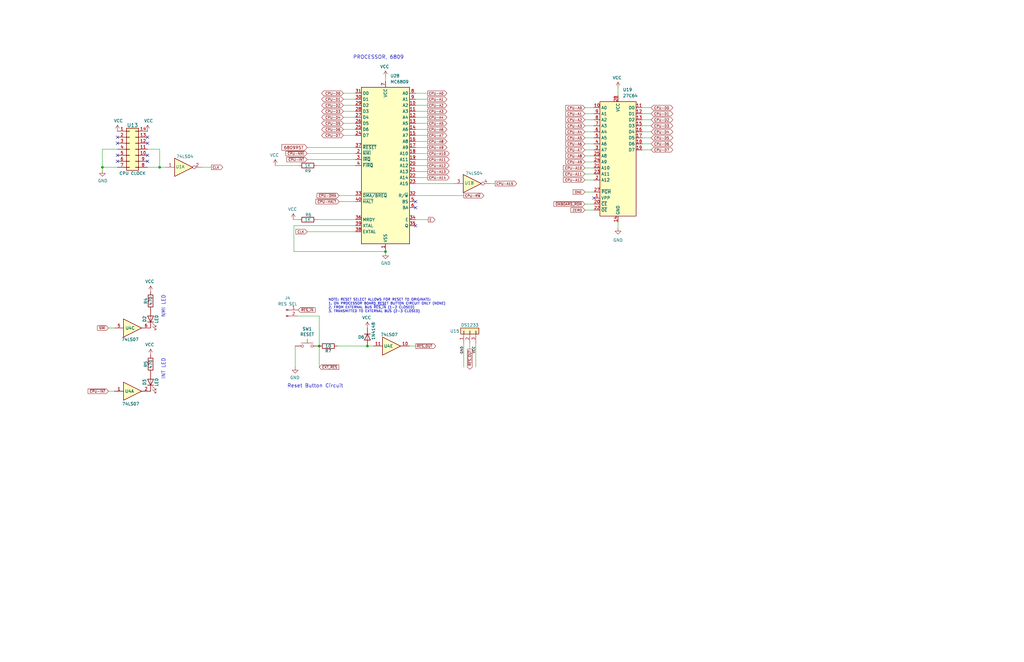
<source format=kicad_sch>
(kicad_sch (version 20211123) (generator eeschema)

  (uuid 4045b74c-7db6-4dd7-b540-c22208f5f53c)

  (paper "USLedger")

  (title_block
    (title "Duodyne 6809 CPU board")
    (date "2023-12-29")
    (rev "V1.00")
  )

  (lib_symbols
    (symbol "74xx:74LS04" (in_bom yes) (on_board yes)
      (property "Reference" "U" (id 0) (at 0 1.27 0)
        (effects (font (size 1.27 1.27)))
      )
      (property "Value" "74LS04" (id 1) (at 0 -1.27 0)
        (effects (font (size 1.27 1.27)))
      )
      (property "Footprint" "" (id 2) (at 0 0 0)
        (effects (font (size 1.27 1.27)) hide)
      )
      (property "Datasheet" "http://www.ti.com/lit/gpn/sn74LS04" (id 3) (at 0 0 0)
        (effects (font (size 1.27 1.27)) hide)
      )
      (property "ki_locked" "" (id 4) (at 0 0 0)
        (effects (font (size 1.27 1.27)))
      )
      (property "ki_keywords" "TTL not inv" (id 5) (at 0 0 0)
        (effects (font (size 1.27 1.27)) hide)
      )
      (property "ki_description" "Hex Inverter" (id 6) (at 0 0 0)
        (effects (font (size 1.27 1.27)) hide)
      )
      (property "ki_fp_filters" "DIP*W7.62mm* SSOP?14* TSSOP?14*" (id 7) (at 0 0 0)
        (effects (font (size 1.27 1.27)) hide)
      )
      (symbol "74LS04_1_0"
        (polyline
          (pts
            (xy -3.81 3.81)
            (xy -3.81 -3.81)
            (xy 3.81 0)
            (xy -3.81 3.81)
          )
          (stroke (width 0.254) (type default) (color 0 0 0 0))
          (fill (type background))
        )
        (pin input line (at -7.62 0 0) (length 3.81)
          (name "~" (effects (font (size 1.27 1.27))))
          (number "1" (effects (font (size 1.27 1.27))))
        )
        (pin output inverted (at 7.62 0 180) (length 3.81)
          (name "~" (effects (font (size 1.27 1.27))))
          (number "2" (effects (font (size 1.27 1.27))))
        )
      )
      (symbol "74LS04_2_0"
        (polyline
          (pts
            (xy -3.81 3.81)
            (xy -3.81 -3.81)
            (xy 3.81 0)
            (xy -3.81 3.81)
          )
          (stroke (width 0.254) (type default) (color 0 0 0 0))
          (fill (type background))
        )
        (pin input line (at -7.62 0 0) (length 3.81)
          (name "~" (effects (font (size 1.27 1.27))))
          (number "3" (effects (font (size 1.27 1.27))))
        )
        (pin output inverted (at 7.62 0 180) (length 3.81)
          (name "~" (effects (font (size 1.27 1.27))))
          (number "4" (effects (font (size 1.27 1.27))))
        )
      )
      (symbol "74LS04_3_0"
        (polyline
          (pts
            (xy -3.81 3.81)
            (xy -3.81 -3.81)
            (xy 3.81 0)
            (xy -3.81 3.81)
          )
          (stroke (width 0.254) (type default) (color 0 0 0 0))
          (fill (type background))
        )
        (pin input line (at -7.62 0 0) (length 3.81)
          (name "~" (effects (font (size 1.27 1.27))))
          (number "5" (effects (font (size 1.27 1.27))))
        )
        (pin output inverted (at 7.62 0 180) (length 3.81)
          (name "~" (effects (font (size 1.27 1.27))))
          (number "6" (effects (font (size 1.27 1.27))))
        )
      )
      (symbol "74LS04_4_0"
        (polyline
          (pts
            (xy -3.81 3.81)
            (xy -3.81 -3.81)
            (xy 3.81 0)
            (xy -3.81 3.81)
          )
          (stroke (width 0.254) (type default) (color 0 0 0 0))
          (fill (type background))
        )
        (pin output inverted (at 7.62 0 180) (length 3.81)
          (name "~" (effects (font (size 1.27 1.27))))
          (number "8" (effects (font (size 1.27 1.27))))
        )
        (pin input line (at -7.62 0 0) (length 3.81)
          (name "~" (effects (font (size 1.27 1.27))))
          (number "9" (effects (font (size 1.27 1.27))))
        )
      )
      (symbol "74LS04_5_0"
        (polyline
          (pts
            (xy -3.81 3.81)
            (xy -3.81 -3.81)
            (xy 3.81 0)
            (xy -3.81 3.81)
          )
          (stroke (width 0.254) (type default) (color 0 0 0 0))
          (fill (type background))
        )
        (pin output inverted (at 7.62 0 180) (length 3.81)
          (name "~" (effects (font (size 1.27 1.27))))
          (number "10" (effects (font (size 1.27 1.27))))
        )
        (pin input line (at -7.62 0 0) (length 3.81)
          (name "~" (effects (font (size 1.27 1.27))))
          (number "11" (effects (font (size 1.27 1.27))))
        )
      )
      (symbol "74LS04_6_0"
        (polyline
          (pts
            (xy -3.81 3.81)
            (xy -3.81 -3.81)
            (xy 3.81 0)
            (xy -3.81 3.81)
          )
          (stroke (width 0.254) (type default) (color 0 0 0 0))
          (fill (type background))
        )
        (pin output inverted (at 7.62 0 180) (length 3.81)
          (name "~" (effects (font (size 1.27 1.27))))
          (number "12" (effects (font (size 1.27 1.27))))
        )
        (pin input line (at -7.62 0 0) (length 3.81)
          (name "~" (effects (font (size 1.27 1.27))))
          (number "13" (effects (font (size 1.27 1.27))))
        )
      )
      (symbol "74LS04_7_0"
        (pin power_in line (at 0 12.7 270) (length 5.08)
          (name "VCC" (effects (font (size 1.27 1.27))))
          (number "14" (effects (font (size 1.27 1.27))))
        )
        (pin power_in line (at 0 -12.7 90) (length 5.08)
          (name "GND" (effects (font (size 1.27 1.27))))
          (number "7" (effects (font (size 1.27 1.27))))
        )
      )
      (symbol "74LS04_7_1"
        (rectangle (start -5.08 7.62) (end 5.08 -7.62)
          (stroke (width 0.254) (type default) (color 0 0 0 0))
          (fill (type background))
        )
      )
    )
    (symbol "74xx:74LS07" (pin_names (offset 1.016)) (in_bom yes) (on_board yes)
      (property "Reference" "U" (id 0) (at 0 1.27 0)
        (effects (font (size 1.27 1.27)))
      )
      (property "Value" "74LS07" (id 1) (at 0 -1.27 0)
        (effects (font (size 1.27 1.27)))
      )
      (property "Footprint" "" (id 2) (at 0 0 0)
        (effects (font (size 1.27 1.27)) hide)
      )
      (property "Datasheet" "www.ti.com/lit/ds/symlink/sn74ls07.pdf" (id 3) (at 0 0 0)
        (effects (font (size 1.27 1.27)) hide)
      )
      (property "ki_locked" "" (id 4) (at 0 0 0)
        (effects (font (size 1.27 1.27)))
      )
      (property "ki_keywords" "TTL hex buffer OpenCol" (id 5) (at 0 0 0)
        (effects (font (size 1.27 1.27)) hide)
      )
      (property "ki_description" "Hex Buffers and Drivers With Open Collector High Voltage Outputs" (id 6) (at 0 0 0)
        (effects (font (size 1.27 1.27)) hide)
      )
      (property "ki_fp_filters" "SOIC*3.9x8.7mm*P1.27mm* TSSOP*4.4x5mm*P0.65mm* DIP*W7.62mm*" (id 7) (at 0 0 0)
        (effects (font (size 1.27 1.27)) hide)
      )
      (symbol "74LS07_1_0"
        (polyline
          (pts
            (xy -3.81 3.81)
            (xy -3.81 -3.81)
            (xy 3.81 0)
            (xy -3.81 3.81)
          )
          (stroke (width 0.254) (type default) (color 0 0 0 0))
          (fill (type background))
        )
        (pin input line (at -7.62 0 0) (length 3.81)
          (name "~" (effects (font (size 1.27 1.27))))
          (number "1" (effects (font (size 1.27 1.27))))
        )
        (pin open_collector line (at 7.62 0 180) (length 3.81)
          (name "~" (effects (font (size 1.27 1.27))))
          (number "2" (effects (font (size 1.27 1.27))))
        )
      )
      (symbol "74LS07_2_0"
        (polyline
          (pts
            (xy -3.81 3.81)
            (xy -3.81 -3.81)
            (xy 3.81 0)
            (xy -3.81 3.81)
          )
          (stroke (width 0.254) (type default) (color 0 0 0 0))
          (fill (type background))
        )
        (pin input line (at -7.62 0 0) (length 3.81)
          (name "~" (effects (font (size 1.27 1.27))))
          (number "3" (effects (font (size 1.27 1.27))))
        )
        (pin open_collector line (at 7.62 0 180) (length 3.81)
          (name "~" (effects (font (size 1.27 1.27))))
          (number "4" (effects (font (size 1.27 1.27))))
        )
      )
      (symbol "74LS07_3_0"
        (polyline
          (pts
            (xy -3.81 3.81)
            (xy -3.81 -3.81)
            (xy 3.81 0)
            (xy -3.81 3.81)
          )
          (stroke (width 0.254) (type default) (color 0 0 0 0))
          (fill (type background))
        )
        (pin input line (at -7.62 0 0) (length 3.81)
          (name "~" (effects (font (size 1.27 1.27))))
          (number "5" (effects (font (size 1.27 1.27))))
        )
        (pin open_collector line (at 7.62 0 180) (length 3.81)
          (name "~" (effects (font (size 1.27 1.27))))
          (number "6" (effects (font (size 1.27 1.27))))
        )
      )
      (symbol "74LS07_4_0"
        (polyline
          (pts
            (xy -3.81 3.81)
            (xy -3.81 -3.81)
            (xy 3.81 0)
            (xy -3.81 3.81)
          )
          (stroke (width 0.254) (type default) (color 0 0 0 0))
          (fill (type background))
        )
        (pin open_collector line (at 7.62 0 180) (length 3.81)
          (name "~" (effects (font (size 1.27 1.27))))
          (number "8" (effects (font (size 1.27 1.27))))
        )
        (pin input line (at -7.62 0 0) (length 3.81)
          (name "~" (effects (font (size 1.27 1.27))))
          (number "9" (effects (font (size 1.27 1.27))))
        )
      )
      (symbol "74LS07_5_0"
        (polyline
          (pts
            (xy -3.81 3.81)
            (xy -3.81 -3.81)
            (xy 3.81 0)
            (xy -3.81 3.81)
          )
          (stroke (width 0.254) (type default) (color 0 0 0 0))
          (fill (type background))
        )
        (pin open_collector line (at 7.62 0 180) (length 3.81)
          (name "~" (effects (font (size 1.27 1.27))))
          (number "10" (effects (font (size 1.27 1.27))))
        )
        (pin input line (at -7.62 0 0) (length 3.81)
          (name "~" (effects (font (size 1.27 1.27))))
          (number "11" (effects (font (size 1.27 1.27))))
        )
      )
      (symbol "74LS07_6_0"
        (polyline
          (pts
            (xy -3.81 3.81)
            (xy -3.81 -3.81)
            (xy 3.81 0)
            (xy -3.81 3.81)
          )
          (stroke (width 0.254) (type default) (color 0 0 0 0))
          (fill (type background))
        )
        (pin open_collector line (at 7.62 0 180) (length 3.81)
          (name "~" (effects (font (size 1.27 1.27))))
          (number "12" (effects (font (size 1.27 1.27))))
        )
        (pin input line (at -7.62 0 0) (length 3.81)
          (name "~" (effects (font (size 1.27 1.27))))
          (number "13" (effects (font (size 1.27 1.27))))
        )
      )
      (symbol "74LS07_7_0"
        (pin power_in line (at 0 12.7 270) (length 5.08)
          (name "VCC" (effects (font (size 1.27 1.27))))
          (number "14" (effects (font (size 1.27 1.27))))
        )
        (pin power_in line (at 0 -12.7 90) (length 5.08)
          (name "GND" (effects (font (size 1.27 1.27))))
          (number "7" (effects (font (size 1.27 1.27))))
        )
      )
      (symbol "74LS07_7_1"
        (rectangle (start -5.08 7.62) (end 5.08 -7.62)
          (stroke (width 0.254) (type default) (color 0 0 0 0))
          (fill (type background))
        )
      )
    )
    (symbol "CPU_NXP_6800:MC6809" (in_bom yes) (on_board yes)
      (property "Reference" "U" (id 0) (at -7.62 34.29 0)
        (effects (font (size 1.27 1.27)) (justify right))
      )
      (property "Value" "MC6809" (id 1) (at 10.16 34.29 0)
        (effects (font (size 1.27 1.27)) (justify right))
      )
      (property "Footprint" "Package_DIP:DIP-40_W15.24mm" (id 2) (at 0 -38.1 0)
        (effects (font (size 1.27 1.27)) hide)
      )
      (property "Datasheet" "http://pdf.datasheetcatalog.com/datasheet/motorola/MC68B09S.pdf" (id 3) (at 0 0 0)
        (effects (font (size 1.27 1.27)) hide)
      )
      (property "ki_keywords" "MCU" (id 4) (at 0 0 0)
        (effects (font (size 1.27 1.27)) hide)
      )
      (property "ki_description" "8-Bit Microprocessing unit 1.0MHz, DIP-40" (id 5) (at 0 0 0)
        (effects (font (size 1.27 1.27)) hide)
      )
      (property "ki_fp_filters" "DIP*W15.24mm*" (id 6) (at 0 0 0)
        (effects (font (size 1.27 1.27)) hide)
      )
      (symbol "MC6809_0_1"
        (rectangle (start -10.16 -33.02) (end 10.16 33.02)
          (stroke (width 0.254) (type default) (color 0 0 0 0))
          (fill (type background))
        )
      )
      (symbol "MC6809_1_1"
        (pin power_in line (at 0 -35.56 90) (length 2.54)
          (name "VSS" (effects (font (size 1.27 1.27))))
          (number "1" (effects (font (size 1.27 1.27))))
        )
        (pin output line (at 12.7 25.4 180) (length 2.54)
          (name "A2" (effects (font (size 1.27 1.27))))
          (number "10" (effects (font (size 1.27 1.27))))
        )
        (pin output line (at 12.7 22.86 180) (length 2.54)
          (name "A3" (effects (font (size 1.27 1.27))))
          (number "11" (effects (font (size 1.27 1.27))))
        )
        (pin output line (at 12.7 20.32 180) (length 2.54)
          (name "A4" (effects (font (size 1.27 1.27))))
          (number "12" (effects (font (size 1.27 1.27))))
        )
        (pin output line (at 12.7 17.78 180) (length 2.54)
          (name "A5" (effects (font (size 1.27 1.27))))
          (number "13" (effects (font (size 1.27 1.27))))
        )
        (pin output line (at 12.7 15.24 180) (length 2.54)
          (name "A6" (effects (font (size 1.27 1.27))))
          (number "14" (effects (font (size 1.27 1.27))))
        )
        (pin output line (at 12.7 12.7 180) (length 2.54)
          (name "A7" (effects (font (size 1.27 1.27))))
          (number "15" (effects (font (size 1.27 1.27))))
        )
        (pin output line (at 12.7 10.16 180) (length 2.54)
          (name "A8" (effects (font (size 1.27 1.27))))
          (number "16" (effects (font (size 1.27 1.27))))
        )
        (pin output line (at 12.7 7.62 180) (length 2.54)
          (name "A9" (effects (font (size 1.27 1.27))))
          (number "17" (effects (font (size 1.27 1.27))))
        )
        (pin output line (at 12.7 5.08 180) (length 2.54)
          (name "A10" (effects (font (size 1.27 1.27))))
          (number "18" (effects (font (size 1.27 1.27))))
        )
        (pin output line (at 12.7 2.54 180) (length 2.54)
          (name "A11" (effects (font (size 1.27 1.27))))
          (number "19" (effects (font (size 1.27 1.27))))
        )
        (pin input line (at -12.7 5.08 0) (length 2.54)
          (name "~{NMI}" (effects (font (size 1.27 1.27))))
          (number "2" (effects (font (size 1.27 1.27))))
        )
        (pin output line (at 12.7 0 180) (length 2.54)
          (name "A12" (effects (font (size 1.27 1.27))))
          (number "20" (effects (font (size 1.27 1.27))))
        )
        (pin output line (at 12.7 -2.54 180) (length 2.54)
          (name "A13" (effects (font (size 1.27 1.27))))
          (number "21" (effects (font (size 1.27 1.27))))
        )
        (pin output line (at 12.7 -5.08 180) (length 2.54)
          (name "A14" (effects (font (size 1.27 1.27))))
          (number "22" (effects (font (size 1.27 1.27))))
        )
        (pin output line (at 12.7 -7.62 180) (length 2.54)
          (name "A15" (effects (font (size 1.27 1.27))))
          (number "23" (effects (font (size 1.27 1.27))))
        )
        (pin bidirectional line (at -12.7 12.7 0) (length 2.54)
          (name "D7" (effects (font (size 1.27 1.27))))
          (number "24" (effects (font (size 1.27 1.27))))
        )
        (pin bidirectional line (at -12.7 15.24 0) (length 2.54)
          (name "D6" (effects (font (size 1.27 1.27))))
          (number "25" (effects (font (size 1.27 1.27))))
        )
        (pin bidirectional line (at -12.7 17.78 0) (length 2.54)
          (name "D5" (effects (font (size 1.27 1.27))))
          (number "26" (effects (font (size 1.27 1.27))))
        )
        (pin bidirectional line (at -12.7 20.32 0) (length 2.54)
          (name "D4" (effects (font (size 1.27 1.27))))
          (number "27" (effects (font (size 1.27 1.27))))
        )
        (pin bidirectional line (at -12.7 22.86 0) (length 2.54)
          (name "D3" (effects (font (size 1.27 1.27))))
          (number "28" (effects (font (size 1.27 1.27))))
        )
        (pin bidirectional line (at -12.7 25.4 0) (length 2.54)
          (name "D2" (effects (font (size 1.27 1.27))))
          (number "29" (effects (font (size 1.27 1.27))))
        )
        (pin input line (at -12.7 2.54 0) (length 2.54)
          (name "~{IRQ}" (effects (font (size 1.27 1.27))))
          (number "3" (effects (font (size 1.27 1.27))))
        )
        (pin bidirectional line (at -12.7 27.94 0) (length 2.54)
          (name "D1" (effects (font (size 1.27 1.27))))
          (number "30" (effects (font (size 1.27 1.27))))
        )
        (pin bidirectional line (at -12.7 30.48 0) (length 2.54)
          (name "D0" (effects (font (size 1.27 1.27))))
          (number "31" (effects (font (size 1.27 1.27))))
        )
        (pin output line (at 12.7 -12.7 180) (length 2.54)
          (name "R/~{W}" (effects (font (size 1.27 1.27))))
          (number "32" (effects (font (size 1.27 1.27))))
        )
        (pin input line (at -12.7 -12.7 0) (length 2.54)
          (name "~{DMA/BREQ}" (effects (font (size 1.27 1.27))))
          (number "33" (effects (font (size 1.27 1.27))))
        )
        (pin output line (at 12.7 -22.86 180) (length 2.54)
          (name "E" (effects (font (size 1.27 1.27))))
          (number "34" (effects (font (size 1.27 1.27))))
        )
        (pin output line (at 12.7 -25.4 180) (length 2.54)
          (name "Q" (effects (font (size 1.27 1.27))))
          (number "35" (effects (font (size 1.27 1.27))))
        )
        (pin input line (at -12.7 -22.86 0) (length 2.54)
          (name "MRDY" (effects (font (size 1.27 1.27))))
          (number "36" (effects (font (size 1.27 1.27))))
        )
        (pin input line (at -12.7 7.62 0) (length 2.54)
          (name "~{RESET}" (effects (font (size 1.27 1.27))))
          (number "37" (effects (font (size 1.27 1.27))))
        )
        (pin input line (at -12.7 -27.94 0) (length 2.54)
          (name "EXTAL" (effects (font (size 1.27 1.27))))
          (number "38" (effects (font (size 1.27 1.27))))
        )
        (pin input line (at -12.7 -25.4 0) (length 2.54)
          (name "XTAL" (effects (font (size 1.27 1.27))))
          (number "39" (effects (font (size 1.27 1.27))))
        )
        (pin input line (at -12.7 0 0) (length 2.54)
          (name "~{FIRQ}" (effects (font (size 1.27 1.27))))
          (number "4" (effects (font (size 1.27 1.27))))
        )
        (pin input line (at -12.7 -15.24 0) (length 2.54)
          (name "~{HALT}" (effects (font (size 1.27 1.27))))
          (number "40" (effects (font (size 1.27 1.27))))
        )
        (pin output line (at 12.7 -15.24 180) (length 2.54)
          (name "BS" (effects (font (size 1.27 1.27))))
          (number "5" (effects (font (size 1.27 1.27))))
        )
        (pin output line (at 12.7 -17.78 180) (length 2.54)
          (name "BA" (effects (font (size 1.27 1.27))))
          (number "6" (effects (font (size 1.27 1.27))))
        )
        (pin power_in line (at 0 35.56 270) (length 2.54)
          (name "VCC" (effects (font (size 1.27 1.27))))
          (number "7" (effects (font (size 1.27 1.27))))
        )
        (pin output line (at 12.7 30.48 180) (length 2.54)
          (name "A0" (effects (font (size 1.27 1.27))))
          (number "8" (effects (font (size 1.27 1.27))))
        )
        (pin output line (at 12.7 27.94 180) (length 2.54)
          (name "A1" (effects (font (size 1.27 1.27))))
          (number "9" (effects (font (size 1.27 1.27))))
        )
      )
    )
    (symbol "Connector:Conn_01x02_Male" (pin_names (offset 1.016) hide) (in_bom yes) (on_board yes)
      (property "Reference" "J" (id 0) (at 0 2.54 0)
        (effects (font (size 1.27 1.27)))
      )
      (property "Value" "Conn_01x02_Male" (id 1) (at 0 -5.08 0)
        (effects (font (size 1.27 1.27)))
      )
      (property "Footprint" "" (id 2) (at 0 0 0)
        (effects (font (size 1.27 1.27)) hide)
      )
      (property "Datasheet" "~" (id 3) (at 0 0 0)
        (effects (font (size 1.27 1.27)) hide)
      )
      (property "ki_keywords" "connector" (id 4) (at 0 0 0)
        (effects (font (size 1.27 1.27)) hide)
      )
      (property "ki_description" "Generic connector, single row, 01x02, script generated (kicad-library-utils/schlib/autogen/connector/)" (id 5) (at 0 0 0)
        (effects (font (size 1.27 1.27)) hide)
      )
      (property "ki_fp_filters" "Connector*:*_1x??_*" (id 6) (at 0 0 0)
        (effects (font (size 1.27 1.27)) hide)
      )
      (symbol "Conn_01x02_Male_1_1"
        (polyline
          (pts
            (xy 1.27 -2.54)
            (xy 0.8636 -2.54)
          )
          (stroke (width 0.1524) (type default) (color 0 0 0 0))
          (fill (type none))
        )
        (polyline
          (pts
            (xy 1.27 0)
            (xy 0.8636 0)
          )
          (stroke (width 0.1524) (type default) (color 0 0 0 0))
          (fill (type none))
        )
        (rectangle (start 0.8636 -2.413) (end 0 -2.667)
          (stroke (width 0.1524) (type default) (color 0 0 0 0))
          (fill (type outline))
        )
        (rectangle (start 0.8636 0.127) (end 0 -0.127)
          (stroke (width 0.1524) (type default) (color 0 0 0 0))
          (fill (type outline))
        )
        (pin passive line (at 5.08 0 180) (length 3.81)
          (name "Pin_1" (effects (font (size 1.27 1.27))))
          (number "1" (effects (font (size 1.27 1.27))))
        )
        (pin passive line (at 5.08 -2.54 180) (length 3.81)
          (name "Pin_2" (effects (font (size 1.27 1.27))))
          (number "2" (effects (font (size 1.27 1.27))))
        )
      )
    )
    (symbol "Connector_Generic:Conn_01x03" (pin_names (offset 1.016) hide) (in_bom yes) (on_board yes)
      (property "Reference" "J" (id 0) (at 0 5.08 0)
        (effects (font (size 1.27 1.27)))
      )
      (property "Value" "Conn_01x03" (id 1) (at 0 -5.08 0)
        (effects (font (size 1.27 1.27)))
      )
      (property "Footprint" "" (id 2) (at 0 0 0)
        (effects (font (size 1.27 1.27)) hide)
      )
      (property "Datasheet" "~" (id 3) (at 0 0 0)
        (effects (font (size 1.27 1.27)) hide)
      )
      (property "ki_keywords" "connector" (id 4) (at 0 0 0)
        (effects (font (size 1.27 1.27)) hide)
      )
      (property "ki_description" "Generic connector, single row, 01x03, script generated (kicad-library-utils/schlib/autogen/connector/)" (id 5) (at 0 0 0)
        (effects (font (size 1.27 1.27)) hide)
      )
      (property "ki_fp_filters" "Connector*:*_1x??_*" (id 6) (at 0 0 0)
        (effects (font (size 1.27 1.27)) hide)
      )
      (symbol "Conn_01x03_1_1"
        (rectangle (start -1.27 -2.413) (end 0 -2.667)
          (stroke (width 0.1524) (type default) (color 0 0 0 0))
          (fill (type none))
        )
        (rectangle (start -1.27 0.127) (end 0 -0.127)
          (stroke (width 0.1524) (type default) (color 0 0 0 0))
          (fill (type none))
        )
        (rectangle (start -1.27 2.667) (end 0 2.413)
          (stroke (width 0.1524) (type default) (color 0 0 0 0))
          (fill (type none))
        )
        (rectangle (start -1.27 3.81) (end 1.27 -3.81)
          (stroke (width 0.254) (type default) (color 0 0 0 0))
          (fill (type background))
        )
        (pin passive line (at -5.08 2.54 0) (length 3.81)
          (name "Pin_1" (effects (font (size 1.27 1.27))))
          (number "1" (effects (font (size 1.27 1.27))))
        )
        (pin passive line (at -5.08 0 0) (length 3.81)
          (name "Pin_2" (effects (font (size 1.27 1.27))))
          (number "2" (effects (font (size 1.27 1.27))))
        )
        (pin passive line (at -5.08 -2.54 0) (length 3.81)
          (name "Pin_3" (effects (font (size 1.27 1.27))))
          (number "3" (effects (font (size 1.27 1.27))))
        )
      )
    )
    (symbol "Connector_Generic:Conn_02x07_Counter_Clockwise" (pin_names (offset 1.016) hide) (in_bom yes) (on_board yes)
      (property "Reference" "J" (id 0) (at 1.27 10.16 0)
        (effects (font (size 1.27 1.27)))
      )
      (property "Value" "Conn_02x07_Counter_Clockwise" (id 1) (at 1.27 -10.16 0)
        (effects (font (size 1.27 1.27)))
      )
      (property "Footprint" "" (id 2) (at 0 0 0)
        (effects (font (size 1.27 1.27)) hide)
      )
      (property "Datasheet" "~" (id 3) (at 0 0 0)
        (effects (font (size 1.27 1.27)) hide)
      )
      (property "ki_keywords" "connector" (id 4) (at 0 0 0)
        (effects (font (size 1.27 1.27)) hide)
      )
      (property "ki_description" "Generic connector, double row, 02x07, counter clockwise pin numbering scheme (similar to DIP package numbering), script generated (kicad-library-utils/schlib/autogen/connector/)" (id 5) (at 0 0 0)
        (effects (font (size 1.27 1.27)) hide)
      )
      (property "ki_fp_filters" "Connector*:*_2x??_*" (id 6) (at 0 0 0)
        (effects (font (size 1.27 1.27)) hide)
      )
      (symbol "Conn_02x07_Counter_Clockwise_1_1"
        (rectangle (start -1.27 -7.493) (end 0 -7.747)
          (stroke (width 0.1524) (type default) (color 0 0 0 0))
          (fill (type none))
        )
        (rectangle (start -1.27 -4.953) (end 0 -5.207)
          (stroke (width 0.1524) (type default) (color 0 0 0 0))
          (fill (type none))
        )
        (rectangle (start -1.27 -2.413) (end 0 -2.667)
          (stroke (width 0.1524) (type default) (color 0 0 0 0))
          (fill (type none))
        )
        (rectangle (start -1.27 0.127) (end 0 -0.127)
          (stroke (width 0.1524) (type default) (color 0 0 0 0))
          (fill (type none))
        )
        (rectangle (start -1.27 2.667) (end 0 2.413)
          (stroke (width 0.1524) (type default) (color 0 0 0 0))
          (fill (type none))
        )
        (rectangle (start -1.27 5.207) (end 0 4.953)
          (stroke (width 0.1524) (type default) (color 0 0 0 0))
          (fill (type none))
        )
        (rectangle (start -1.27 7.747) (end 0 7.493)
          (stroke (width 0.1524) (type default) (color 0 0 0 0))
          (fill (type none))
        )
        (rectangle (start -1.27 8.89) (end 3.81 -8.89)
          (stroke (width 0.254) (type default) (color 0 0 0 0))
          (fill (type background))
        )
        (rectangle (start 3.81 -7.493) (end 2.54 -7.747)
          (stroke (width 0.1524) (type default) (color 0 0 0 0))
          (fill (type none))
        )
        (rectangle (start 3.81 -4.953) (end 2.54 -5.207)
          (stroke (width 0.1524) (type default) (color 0 0 0 0))
          (fill (type none))
        )
        (rectangle (start 3.81 -2.413) (end 2.54 -2.667)
          (stroke (width 0.1524) (type default) (color 0 0 0 0))
          (fill (type none))
        )
        (rectangle (start 3.81 0.127) (end 2.54 -0.127)
          (stroke (width 0.1524) (type default) (color 0 0 0 0))
          (fill (type none))
        )
        (rectangle (start 3.81 2.667) (end 2.54 2.413)
          (stroke (width 0.1524) (type default) (color 0 0 0 0))
          (fill (type none))
        )
        (rectangle (start 3.81 5.207) (end 2.54 4.953)
          (stroke (width 0.1524) (type default) (color 0 0 0 0))
          (fill (type none))
        )
        (rectangle (start 3.81 7.747) (end 2.54 7.493)
          (stroke (width 0.1524) (type default) (color 0 0 0 0))
          (fill (type none))
        )
        (pin passive line (at -5.08 7.62 0) (length 3.81)
          (name "Pin_1" (effects (font (size 1.27 1.27))))
          (number "1" (effects (font (size 1.27 1.27))))
        )
        (pin passive line (at 7.62 -2.54 180) (length 3.81)
          (name "Pin_10" (effects (font (size 1.27 1.27))))
          (number "10" (effects (font (size 1.27 1.27))))
        )
        (pin passive line (at 7.62 0 180) (length 3.81)
          (name "Pin_11" (effects (font (size 1.27 1.27))))
          (number "11" (effects (font (size 1.27 1.27))))
        )
        (pin passive line (at 7.62 2.54 180) (length 3.81)
          (name "Pin_12" (effects (font (size 1.27 1.27))))
          (number "12" (effects (font (size 1.27 1.27))))
        )
        (pin passive line (at 7.62 5.08 180) (length 3.81)
          (name "Pin_13" (effects (font (size 1.27 1.27))))
          (number "13" (effects (font (size 1.27 1.27))))
        )
        (pin passive line (at 7.62 7.62 180) (length 3.81)
          (name "Pin_14" (effects (font (size 1.27 1.27))))
          (number "14" (effects (font (size 1.27 1.27))))
        )
        (pin passive line (at -5.08 5.08 0) (length 3.81)
          (name "Pin_2" (effects (font (size 1.27 1.27))))
          (number "2" (effects (font (size 1.27 1.27))))
        )
        (pin passive line (at -5.08 2.54 0) (length 3.81)
          (name "Pin_3" (effects (font (size 1.27 1.27))))
          (number "3" (effects (font (size 1.27 1.27))))
        )
        (pin passive line (at -5.08 0 0) (length 3.81)
          (name "Pin_4" (effects (font (size 1.27 1.27))))
          (number "4" (effects (font (size 1.27 1.27))))
        )
        (pin passive line (at -5.08 -2.54 0) (length 3.81)
          (name "Pin_5" (effects (font (size 1.27 1.27))))
          (number "5" (effects (font (size 1.27 1.27))))
        )
        (pin passive line (at -5.08 -5.08 0) (length 3.81)
          (name "Pin_6" (effects (font (size 1.27 1.27))))
          (number "6" (effects (font (size 1.27 1.27))))
        )
        (pin passive line (at -5.08 -7.62 0) (length 3.81)
          (name "Pin_7" (effects (font (size 1.27 1.27))))
          (number "7" (effects (font (size 1.27 1.27))))
        )
        (pin passive line (at 7.62 -7.62 180) (length 3.81)
          (name "Pin_8" (effects (font (size 1.27 1.27))))
          (number "8" (effects (font (size 1.27 1.27))))
        )
        (pin passive line (at 7.62 -5.08 180) (length 3.81)
          (name "Pin_9" (effects (font (size 1.27 1.27))))
          (number "9" (effects (font (size 1.27 1.27))))
        )
      )
    )
    (symbol "Device:LED" (pin_numbers hide) (pin_names (offset 1.016) hide) (in_bom yes) (on_board yes)
      (property "Reference" "D" (id 0) (at 0 2.54 0)
        (effects (font (size 1.27 1.27)))
      )
      (property "Value" "LED" (id 1) (at 0 -2.54 0)
        (effects (font (size 1.27 1.27)))
      )
      (property "Footprint" "" (id 2) (at 0 0 0)
        (effects (font (size 1.27 1.27)) hide)
      )
      (property "Datasheet" "~" (id 3) (at 0 0 0)
        (effects (font (size 1.27 1.27)) hide)
      )
      (property "ki_keywords" "LED diode" (id 4) (at 0 0 0)
        (effects (font (size 1.27 1.27)) hide)
      )
      (property "ki_description" "Light emitting diode" (id 5) (at 0 0 0)
        (effects (font (size 1.27 1.27)) hide)
      )
      (property "ki_fp_filters" "LED* LED_SMD:* LED_THT:*" (id 6) (at 0 0 0)
        (effects (font (size 1.27 1.27)) hide)
      )
      (symbol "LED_0_1"
        (polyline
          (pts
            (xy -1.27 -1.27)
            (xy -1.27 1.27)
          )
          (stroke (width 0.254) (type default) (color 0 0 0 0))
          (fill (type none))
        )
        (polyline
          (pts
            (xy -1.27 0)
            (xy 1.27 0)
          )
          (stroke (width 0) (type default) (color 0 0 0 0))
          (fill (type none))
        )
        (polyline
          (pts
            (xy 1.27 -1.27)
            (xy 1.27 1.27)
            (xy -1.27 0)
            (xy 1.27 -1.27)
          )
          (stroke (width 0.254) (type default) (color 0 0 0 0))
          (fill (type none))
        )
        (polyline
          (pts
            (xy -3.048 -0.762)
            (xy -4.572 -2.286)
            (xy -3.81 -2.286)
            (xy -4.572 -2.286)
            (xy -4.572 -1.524)
          )
          (stroke (width 0) (type default) (color 0 0 0 0))
          (fill (type none))
        )
        (polyline
          (pts
            (xy -1.778 -0.762)
            (xy -3.302 -2.286)
            (xy -2.54 -2.286)
            (xy -3.302 -2.286)
            (xy -3.302 -1.524)
          )
          (stroke (width 0) (type default) (color 0 0 0 0))
          (fill (type none))
        )
      )
      (symbol "LED_1_1"
        (pin passive line (at -3.81 0 0) (length 2.54)
          (name "K" (effects (font (size 1.27 1.27))))
          (number "1" (effects (font (size 1.27 1.27))))
        )
        (pin passive line (at 3.81 0 180) (length 2.54)
          (name "A" (effects (font (size 1.27 1.27))))
          (number "2" (effects (font (size 1.27 1.27))))
        )
      )
    )
    (symbol "Device:R" (pin_numbers hide) (pin_names (offset 0)) (in_bom yes) (on_board yes)
      (property "Reference" "R" (id 0) (at 2.032 0 90)
        (effects (font (size 1.27 1.27)))
      )
      (property "Value" "R" (id 1) (at 0 0 90)
        (effects (font (size 1.27 1.27)))
      )
      (property "Footprint" "" (id 2) (at -1.778 0 90)
        (effects (font (size 1.27 1.27)) hide)
      )
      (property "Datasheet" "~" (id 3) (at 0 0 0)
        (effects (font (size 1.27 1.27)) hide)
      )
      (property "ki_keywords" "R res resistor" (id 4) (at 0 0 0)
        (effects (font (size 1.27 1.27)) hide)
      )
      (property "ki_description" "Resistor" (id 5) (at 0 0 0)
        (effects (font (size 1.27 1.27)) hide)
      )
      (property "ki_fp_filters" "R_*" (id 6) (at 0 0 0)
        (effects (font (size 1.27 1.27)) hide)
      )
      (symbol "R_0_1"
        (rectangle (start -1.016 -2.54) (end 1.016 2.54)
          (stroke (width 0.254) (type default) (color 0 0 0 0))
          (fill (type none))
        )
      )
      (symbol "R_1_1"
        (pin passive line (at 0 3.81 270) (length 1.27)
          (name "~" (effects (font (size 1.27 1.27))))
          (number "1" (effects (font (size 1.27 1.27))))
        )
        (pin passive line (at 0 -3.81 90) (length 1.27)
          (name "~" (effects (font (size 1.27 1.27))))
          (number "2" (effects (font (size 1.27 1.27))))
        )
      )
    )
    (symbol "Diode:1N4148" (pin_numbers hide) (pin_names hide) (in_bom yes) (on_board yes)
      (property "Reference" "D" (id 0) (at 0 2.54 0)
        (effects (font (size 1.27 1.27)))
      )
      (property "Value" "1N4148" (id 1) (at 0 -2.54 0)
        (effects (font (size 1.27 1.27)))
      )
      (property "Footprint" "Diode_THT:D_DO-35_SOD27_P7.62mm_Horizontal" (id 2) (at 0 0 0)
        (effects (font (size 1.27 1.27)) hide)
      )
      (property "Datasheet" "https://assets.nexperia.com/documents/data-sheet/1N4148_1N4448.pdf" (id 3) (at 0 0 0)
        (effects (font (size 1.27 1.27)) hide)
      )
      (property "ki_keywords" "diode" (id 4) (at 0 0 0)
        (effects (font (size 1.27 1.27)) hide)
      )
      (property "ki_description" "100V 0.15A standard switching diode, DO-35" (id 5) (at 0 0 0)
        (effects (font (size 1.27 1.27)) hide)
      )
      (property "ki_fp_filters" "D*DO?35*" (id 6) (at 0 0 0)
        (effects (font (size 1.27 1.27)) hide)
      )
      (symbol "1N4148_0_1"
        (polyline
          (pts
            (xy -1.27 1.27)
            (xy -1.27 -1.27)
          )
          (stroke (width 0.254) (type default) (color 0 0 0 0))
          (fill (type none))
        )
        (polyline
          (pts
            (xy 1.27 0)
            (xy -1.27 0)
          )
          (stroke (width 0) (type default) (color 0 0 0 0))
          (fill (type none))
        )
        (polyline
          (pts
            (xy 1.27 1.27)
            (xy 1.27 -1.27)
            (xy -1.27 0)
            (xy 1.27 1.27)
          )
          (stroke (width 0.254) (type default) (color 0 0 0 0))
          (fill (type none))
        )
      )
      (symbol "1N4148_1_1"
        (pin passive line (at -3.81 0 0) (length 2.54)
          (name "K" (effects (font (size 1.27 1.27))))
          (number "1" (effects (font (size 1.27 1.27))))
        )
        (pin passive line (at 3.81 0 180) (length 2.54)
          (name "A" (effects (font (size 1.27 1.27))))
          (number "2" (effects (font (size 1.27 1.27))))
        )
      )
    )
    (symbol "Memory_EPROM:27C64" (in_bom yes) (on_board yes)
      (property "Reference" "U" (id 0) (at -7.62 24.13 0)
        (effects (font (size 1.27 1.27)))
      )
      (property "Value" "27C64" (id 1) (at 2.54 -26.67 0)
        (effects (font (size 1.27 1.27)) (justify left))
      )
      (property "Footprint" "Package_DIP:DIP-28_W15.24mm" (id 2) (at 0 0 0)
        (effects (font (size 1.27 1.27)) hide)
      )
      (property "Datasheet" "http://ww1.microchip.com/downloads/en/DeviceDoc/11107M.pdf" (id 3) (at 0 0 0)
        (effects (font (size 1.27 1.27)) hide)
      )
      (property "ki_keywords" "OTP EPROM 64KiBit" (id 4) (at 0 0 0)
        (effects (font (size 1.27 1.27)) hide)
      )
      (property "ki_description" "OTP EPROM 64 KiBit, [Obsolete 2004-01]" (id 5) (at 0 0 0)
        (effects (font (size 1.27 1.27)) hide)
      )
      (property "ki_fp_filters" "DIP*W15.24mm*" (id 6) (at 0 0 0)
        (effects (font (size 1.27 1.27)) hide)
      )
      (symbol "27C64_1_1"
        (rectangle (start -7.62 22.86) (end 7.62 -25.4)
          (stroke (width 0.254) (type default) (color 0 0 0 0))
          (fill (type background))
        )
        (pin input line (at -10.16 -17.78 0) (length 2.54)
          (name "VPP" (effects (font (size 1.27 1.27))))
          (number "1" (effects (font (size 1.27 1.27))))
        )
        (pin input line (at -10.16 20.32 0) (length 2.54)
          (name "A0" (effects (font (size 1.27 1.27))))
          (number "10" (effects (font (size 1.27 1.27))))
        )
        (pin tri_state line (at 10.16 20.32 180) (length 2.54)
          (name "D0" (effects (font (size 1.27 1.27))))
          (number "11" (effects (font (size 1.27 1.27))))
        )
        (pin tri_state line (at 10.16 17.78 180) (length 2.54)
          (name "D1" (effects (font (size 1.27 1.27))))
          (number "12" (effects (font (size 1.27 1.27))))
        )
        (pin tri_state line (at 10.16 15.24 180) (length 2.54)
          (name "D2" (effects (font (size 1.27 1.27))))
          (number "13" (effects (font (size 1.27 1.27))))
        )
        (pin power_in line (at 0 -27.94 90) (length 2.54)
          (name "GND" (effects (font (size 1.27 1.27))))
          (number "14" (effects (font (size 1.27 1.27))))
        )
        (pin tri_state line (at 10.16 12.7 180) (length 2.54)
          (name "D3" (effects (font (size 1.27 1.27))))
          (number "15" (effects (font (size 1.27 1.27))))
        )
        (pin tri_state line (at 10.16 10.16 180) (length 2.54)
          (name "D4" (effects (font (size 1.27 1.27))))
          (number "16" (effects (font (size 1.27 1.27))))
        )
        (pin tri_state line (at 10.16 7.62 180) (length 2.54)
          (name "D5" (effects (font (size 1.27 1.27))))
          (number "17" (effects (font (size 1.27 1.27))))
        )
        (pin tri_state line (at 10.16 5.08 180) (length 2.54)
          (name "D6" (effects (font (size 1.27 1.27))))
          (number "18" (effects (font (size 1.27 1.27))))
        )
        (pin tri_state line (at 10.16 2.54 180) (length 2.54)
          (name "D7" (effects (font (size 1.27 1.27))))
          (number "19" (effects (font (size 1.27 1.27))))
        )
        (pin input line (at -10.16 -10.16 0) (length 2.54)
          (name "A12" (effects (font (size 1.27 1.27))))
          (number "2" (effects (font (size 1.27 1.27))))
        )
        (pin input line (at -10.16 -20.32 0) (length 2.54)
          (name "~{CE}" (effects (font (size 1.27 1.27))))
          (number "20" (effects (font (size 1.27 1.27))))
        )
        (pin input line (at -10.16 -5.08 0) (length 2.54)
          (name "A10" (effects (font (size 1.27 1.27))))
          (number "21" (effects (font (size 1.27 1.27))))
        )
        (pin input line (at -10.16 -22.86 0) (length 2.54)
          (name "~{OE}" (effects (font (size 1.27 1.27))))
          (number "22" (effects (font (size 1.27 1.27))))
        )
        (pin input line (at -10.16 -7.62 0) (length 2.54)
          (name "A11" (effects (font (size 1.27 1.27))))
          (number "23" (effects (font (size 1.27 1.27))))
        )
        (pin input line (at -10.16 -2.54 0) (length 2.54)
          (name "A9" (effects (font (size 1.27 1.27))))
          (number "24" (effects (font (size 1.27 1.27))))
        )
        (pin input line (at -10.16 0 0) (length 2.54)
          (name "A8" (effects (font (size 1.27 1.27))))
          (number "25" (effects (font (size 1.27 1.27))))
        )
        (pin no_connect line (at 7.62 0 180) (length 2.54) hide
          (name "NC" (effects (font (size 1.27 1.27))))
          (number "26" (effects (font (size 1.27 1.27))))
        )
        (pin input line (at -10.16 -15.24 0) (length 2.54)
          (name "~{PGM}" (effects (font (size 1.27 1.27))))
          (number "27" (effects (font (size 1.27 1.27))))
        )
        (pin power_in line (at 0 25.4 270) (length 2.54)
          (name "VCC" (effects (font (size 1.27 1.27))))
          (number "28" (effects (font (size 1.27 1.27))))
        )
        (pin input line (at -10.16 2.54 0) (length 2.54)
          (name "A7" (effects (font (size 1.27 1.27))))
          (number "3" (effects (font (size 1.27 1.27))))
        )
        (pin input line (at -10.16 5.08 0) (length 2.54)
          (name "A6" (effects (font (size 1.27 1.27))))
          (number "4" (effects (font (size 1.27 1.27))))
        )
        (pin input line (at -10.16 7.62 0) (length 2.54)
          (name "A5" (effects (font (size 1.27 1.27))))
          (number "5" (effects (font (size 1.27 1.27))))
        )
        (pin input line (at -10.16 10.16 0) (length 2.54)
          (name "A4" (effects (font (size 1.27 1.27))))
          (number "6" (effects (font (size 1.27 1.27))))
        )
        (pin input line (at -10.16 12.7 0) (length 2.54)
          (name "A3" (effects (font (size 1.27 1.27))))
          (number "7" (effects (font (size 1.27 1.27))))
        )
        (pin input line (at -10.16 15.24 0) (length 2.54)
          (name "A2" (effects (font (size 1.27 1.27))))
          (number "8" (effects (font (size 1.27 1.27))))
        )
        (pin input line (at -10.16 17.78 0) (length 2.54)
          (name "A1" (effects (font (size 1.27 1.27))))
          (number "9" (effects (font (size 1.27 1.27))))
        )
      )
    )
    (symbol "Switch:SW_Push" (pin_numbers hide) (pin_names (offset 1.016) hide) (in_bom yes) (on_board yes)
      (property "Reference" "SW" (id 0) (at 1.27 2.54 0)
        (effects (font (size 1.27 1.27)) (justify left))
      )
      (property "Value" "SW_Push" (id 1) (at 0 -1.524 0)
        (effects (font (size 1.27 1.27)))
      )
      (property "Footprint" "" (id 2) (at 0 5.08 0)
        (effects (font (size 1.27 1.27)) hide)
      )
      (property "Datasheet" "~" (id 3) (at 0 5.08 0)
        (effects (font (size 1.27 1.27)) hide)
      )
      (property "ki_keywords" "switch normally-open pushbutton push-button" (id 4) (at 0 0 0)
        (effects (font (size 1.27 1.27)) hide)
      )
      (property "ki_description" "Push button switch, generic, two pins" (id 5) (at 0 0 0)
        (effects (font (size 1.27 1.27)) hide)
      )
      (symbol "SW_Push_0_1"
        (circle (center -2.032 0) (radius 0.508)
          (stroke (width 0) (type default) (color 0 0 0 0))
          (fill (type none))
        )
        (polyline
          (pts
            (xy 0 1.27)
            (xy 0 3.048)
          )
          (stroke (width 0) (type default) (color 0 0 0 0))
          (fill (type none))
        )
        (polyline
          (pts
            (xy 2.54 1.27)
            (xy -2.54 1.27)
          )
          (stroke (width 0) (type default) (color 0 0 0 0))
          (fill (type none))
        )
        (circle (center 2.032 0) (radius 0.508)
          (stroke (width 0) (type default) (color 0 0 0 0))
          (fill (type none))
        )
        (pin passive line (at -5.08 0 0) (length 2.54)
          (name "1" (effects (font (size 1.27 1.27))))
          (number "1" (effects (font (size 1.27 1.27))))
        )
        (pin passive line (at 5.08 0 180) (length 2.54)
          (name "2" (effects (font (size 1.27 1.27))))
          (number "2" (effects (font (size 1.27 1.27))))
        )
      )
    )
    (symbol "power:GND" (power) (pin_names (offset 0)) (in_bom yes) (on_board yes)
      (property "Reference" "#PWR" (id 0) (at 0 -6.35 0)
        (effects (font (size 1.27 1.27)) hide)
      )
      (property "Value" "GND" (id 1) (at 0 -3.81 0)
        (effects (font (size 1.27 1.27)))
      )
      (property "Footprint" "" (id 2) (at 0 0 0)
        (effects (font (size 1.27 1.27)) hide)
      )
      (property "Datasheet" "" (id 3) (at 0 0 0)
        (effects (font (size 1.27 1.27)) hide)
      )
      (property "ki_keywords" "global power" (id 4) (at 0 0 0)
        (effects (font (size 1.27 1.27)) hide)
      )
      (property "ki_description" "Power symbol creates a global label with name \"GND\" , ground" (id 5) (at 0 0 0)
        (effects (font (size 1.27 1.27)) hide)
      )
      (symbol "GND_0_1"
        (polyline
          (pts
            (xy 0 0)
            (xy 0 -1.27)
            (xy 1.27 -1.27)
            (xy 0 -2.54)
            (xy -1.27 -1.27)
            (xy 0 -1.27)
          )
          (stroke (width 0) (type default) (color 0 0 0 0))
          (fill (type none))
        )
      )
      (symbol "GND_1_1"
        (pin power_in line (at 0 0 270) (length 0) hide
          (name "GND" (effects (font (size 1.27 1.27))))
          (number "1" (effects (font (size 1.27 1.27))))
        )
      )
    )
    (symbol "power:VCC" (power) (pin_names (offset 0)) (in_bom yes) (on_board yes)
      (property "Reference" "#PWR" (id 0) (at 0 -3.81 0)
        (effects (font (size 1.27 1.27)) hide)
      )
      (property "Value" "VCC" (id 1) (at 0 3.81 0)
        (effects (font (size 1.27 1.27)))
      )
      (property "Footprint" "" (id 2) (at 0 0 0)
        (effects (font (size 1.27 1.27)) hide)
      )
      (property "Datasheet" "" (id 3) (at 0 0 0)
        (effects (font (size 1.27 1.27)) hide)
      )
      (property "ki_keywords" "global power" (id 4) (at 0 0 0)
        (effects (font (size 1.27 1.27)) hide)
      )
      (property "ki_description" "Power symbol creates a global label with name \"VCC\"" (id 5) (at 0 0 0)
        (effects (font (size 1.27 1.27)) hide)
      )
      (symbol "VCC_0_1"
        (polyline
          (pts
            (xy -0.762 1.27)
            (xy 0 2.54)
          )
          (stroke (width 0) (type default) (color 0 0 0 0))
          (fill (type none))
        )
        (polyline
          (pts
            (xy 0 0)
            (xy 0 2.54)
          )
          (stroke (width 0) (type default) (color 0 0 0 0))
          (fill (type none))
        )
        (polyline
          (pts
            (xy 0 2.54)
            (xy 0.762 1.27)
          )
          (stroke (width 0) (type default) (color 0 0 0 0))
          (fill (type none))
        )
      )
      (symbol "VCC_1_1"
        (pin power_in line (at 0 0 90) (length 0) hide
          (name "VCC" (effects (font (size 1.27 1.27))))
          (number "1" (effects (font (size 1.27 1.27))))
        )
      )
    )
  )

  (junction (at 154.94 146.05) (diameter 0) (color 0 0 0 0)
    (uuid 0547b78c-aafc-4d47-931c-f8982d571133)
  )
  (junction (at 162.56 106.172) (diameter 0) (color 0 0 0 0)
    (uuid 5349e5ed-6e7b-4fef-a4ff-b87263621e55)
  )
  (junction (at 67.31 70.612) (diameter 0) (color 0 0 0 0)
    (uuid 757a8995-a347-4377-b15e-bd49629d2c0e)
  )
  (junction (at 134.62 146.05) (diameter 0) (color 0 0 0 0)
    (uuid 9cd8fc0e-6f5c-4ab8-b743-57450eb00ccf)
  )
  (junction (at 43.18 70.612) (diameter 0) (color 0 0 0 0)
    (uuid b1339ff7-b36a-425e-a9aa-fa7c29aff7b4)
  )

  (no_connect (at 49.53 65.532) (uuid 0aa76726-40af-4573-8ab1-b38b03979a8e))
  (no_connect (at 175.26 85.09) (uuid 1db7f442-b778-4217-98ff-508bca67dbab))
  (no_connect (at 49.53 60.452) (uuid 36f75cc6-e9d3-4996-bf4a-31a0e82075aa))
  (no_connect (at 175.26 95.25) (uuid 56552897-b90b-4b39-87a7-518598a79def))
  (no_connect (at 62.23 68.072) (uuid 71aaa828-2a8b-4fd2-9f4d-a3cf4521b04e))
  (no_connect (at 175.26 87.63) (uuid 777ca0f3-9b49-45ec-9474-a2aec15f9e99))
  (no_connect (at 49.53 57.912) (uuid c50f03d6-afe9-48f4-ae3a-d1982daf12a5))
  (no_connect (at 250.444 83.566) (uuid c58f2c8c-1f76-4b6a-ba00-cac9cad2d855))
  (no_connect (at 62.23 60.452) (uuid daa06915-05a4-40f4-a051-02fc62eeeec2))
  (no_connect (at 62.23 65.532) (uuid e7075e8b-8ef1-4dd7-991f-04658176ad15))
  (no_connect (at 62.23 57.912) (uuid f199e498-4b7b-40f0-b852-5e719cff383c))
  (no_connect (at 49.53 68.072) (uuid f201abe8-6fe3-4a65-b30b-a43ec6ae5695))

  (wire (pts (xy 133.604 92.71) (xy 149.86 92.71))
    (stroke (width 0) (type default) (color 0 0 0 0))
    (uuid 06d09b0b-de54-447b-889f-959bc0ba7cb0)
  )
  (wire (pts (xy 175.26 69.85) (xy 180.34 69.85))
    (stroke (width 0) (type default) (color 0 0 0 0))
    (uuid 0c885d09-5334-4361-b221-ceff71f0c2d5)
  )
  (wire (pts (xy 246.634 88.646) (xy 250.444 88.646))
    (stroke (width 0) (type default) (color 0 0 0 0))
    (uuid 0cf3de43-38b0-489c-a0f8-b5a58b693a31)
  )
  (wire (pts (xy 246.634 65.786) (xy 250.444 65.786))
    (stroke (width 0) (type default) (color 0 0 0 0))
    (uuid 1123f712-1a0a-456d-b493-5b8fa084950c)
  )
  (wire (pts (xy 134.62 133.35) (xy 134.62 146.05))
    (stroke (width 0) (type default) (color 0 0 0 0))
    (uuid 1139406a-afae-472a-8dfc-c6a56e6a86b1)
  )
  (wire (pts (xy 149.86 49.53) (xy 144.78 49.53))
    (stroke (width 0) (type default) (color 0 0 0 0))
    (uuid 127db18c-adac-4b28-8d31-fdb8bbfbf149)
  )
  (wire (pts (xy 246.634 68.326) (xy 250.444 68.326))
    (stroke (width 0) (type default) (color 0 0 0 0))
    (uuid 12ece8b7-1b43-45e2-bac5-feeebe11b2b4)
  )
  (wire (pts (xy 129.54 67.31) (xy 149.86 67.31))
    (stroke (width 0) (type default) (color 0 0 0 0))
    (uuid 187b5f65-c358-4dee-80b4-a969d0a6e6df)
  )
  (wire (pts (xy 246.634 75.946) (xy 250.444 75.946))
    (stroke (width 0) (type default) (color 0 0 0 0))
    (uuid 1883aa99-63de-427b-8050-2f29769648fc)
  )
  (wire (pts (xy 198.12 147.32) (xy 198.12 144.78))
    (stroke (width 0) (type default) (color 0 0 0 0))
    (uuid 22b6eab8-f1f3-498b-8996-b0ebe3af17b3)
  )
  (wire (pts (xy 175.26 62.23) (xy 180.34 62.23))
    (stroke (width 0) (type default) (color 0 0 0 0))
    (uuid 22c84aa8-73a4-4641-896b-03cdfc3d48fc)
  )
  (wire (pts (xy 123.698 92.71) (xy 125.984 92.71))
    (stroke (width 0) (type default) (color 0 0 0 0))
    (uuid 2a795446-64a9-43ce-a475-009582bfe363)
  )
  (wire (pts (xy 270.764 50.546) (xy 274.574 50.546))
    (stroke (width 0) (type default) (color 0 0 0 0))
    (uuid 2d2e22ce-c443-4cec-a87e-999491d9ea30)
  )
  (wire (pts (xy 133.604 69.85) (xy 149.86 69.85))
    (stroke (width 0) (type default) (color 0 0 0 0))
    (uuid 2f439f02-f302-4832-887d-42714b9f2010)
  )
  (wire (pts (xy 67.31 70.612) (xy 62.23 70.612))
    (stroke (width 0) (type default) (color 0 0 0 0))
    (uuid 2f84189e-1118-4c05-8422-920c4256a6fb)
  )
  (wire (pts (xy 175.26 41.91) (xy 180.34 41.91))
    (stroke (width 0) (type default) (color 0 0 0 0))
    (uuid 31976473-97c6-4948-a2cf-bfe41ffc8471)
  )
  (wire (pts (xy 246.634 73.406) (xy 250.444 73.406))
    (stroke (width 0) (type default) (color 0 0 0 0))
    (uuid 32a56c7b-0dd8-47b2-8e90-58f88cbfad95)
  )
  (wire (pts (xy 48.26 138.43) (xy 45.72 138.43))
    (stroke (width 0) (type default) (color 0 0 0 0))
    (uuid 3bc50ec4-0ac3-44e8-b561-3fe490188c42)
  )
  (wire (pts (xy 149.86 95.25) (xy 123.952 95.25))
    (stroke (width 0) (type default) (color 0 0 0 0))
    (uuid 3e85cb78-d117-4aa6-898f-900c9907958b)
  )
  (wire (pts (xy 123.952 95.25) (xy 123.952 106.172))
    (stroke (width 0) (type default) (color 0 0 0 0))
    (uuid 43ea7a28-43f4-4436-9640-8b8e93881ba9)
  )
  (wire (pts (xy 175.26 54.61) (xy 180.34 54.61))
    (stroke (width 0) (type default) (color 0 0 0 0))
    (uuid 43f28635-dfd8-4f39-b539-812afd1fcc3b)
  )
  (wire (pts (xy 43.18 62.992) (xy 43.18 70.612))
    (stroke (width 0) (type default) (color 0 0 0 0))
    (uuid 47bd991b-0d33-4e76-84d8-d661f66b1c1d)
  )
  (wire (pts (xy 175.26 146.05) (xy 172.72 146.05))
    (stroke (width 0) (type default) (color 0 0 0 0))
    (uuid 4869f54b-f44f-42c0-b68c-fda3b0ac80fe)
  )
  (wire (pts (xy 246.634 70.866) (xy 250.444 70.866))
    (stroke (width 0) (type default) (color 0 0 0 0))
    (uuid 48c7342b-a081-488c-919a-503ffbfc6694)
  )
  (wire (pts (xy 270.764 48.006) (xy 274.574 48.006))
    (stroke (width 0) (type default) (color 0 0 0 0))
    (uuid 48d61f24-1714-41b7-bff8-c64e9d1c6a9a)
  )
  (wire (pts (xy 246.634 50.546) (xy 250.444 50.546))
    (stroke (width 0) (type default) (color 0 0 0 0))
    (uuid 4aa566b4-3054-4dc4-a1aa-96aeb03e2b94)
  )
  (wire (pts (xy 270.764 63.246) (xy 274.574 63.246))
    (stroke (width 0) (type default) (color 0 0 0 0))
    (uuid 4aa5f098-1321-4300-b4a5-680be9469719)
  )
  (wire (pts (xy 206.756 77.47) (xy 208.788 77.47))
    (stroke (width 0) (type default) (color 0 0 0 0))
    (uuid 4ba32f2b-af2c-4bbc-b0df-69a4b23a8ae3)
  )
  (wire (pts (xy 48.26 165.1) (xy 45.72 165.1))
    (stroke (width 0) (type default) (color 0 0 0 0))
    (uuid 4bd35fa2-082c-4db5-9251-8a56ca35f513)
  )
  (wire (pts (xy 195.58 82.55) (xy 175.26 82.55))
    (stroke (width 0) (type default) (color 0 0 0 0))
    (uuid 4d8471ae-f8ad-49b4-9b8f-d805ca44cc48)
  )
  (wire (pts (xy 143.002 85.09) (xy 149.86 85.09))
    (stroke (width 0) (type default) (color 0 0 0 0))
    (uuid 4e48d496-d27b-4c6e-a4ee-a147cb347852)
  )
  (wire (pts (xy 246.634 53.086) (xy 250.444 53.086))
    (stroke (width 0) (type default) (color 0 0 0 0))
    (uuid 4e7a91d1-0ea6-4be0-a966-905c58eab089)
  )
  (wire (pts (xy 175.26 72.39) (xy 180.34 72.39))
    (stroke (width 0) (type default) (color 0 0 0 0))
    (uuid 52098738-2469-4c00-b969-c4091c97c9d3)
  )
  (wire (pts (xy 134.62 133.35) (xy 125.73 133.35))
    (stroke (width 0) (type default) (color 0 0 0 0))
    (uuid 638bdb1d-1185-4f81-b06a-cc840ee33fab)
  )
  (wire (pts (xy 195.58 144.78) (xy 195.58 154.94))
    (stroke (width 0) (type default) (color 0 0 0 0))
    (uuid 63aaf9e6-93d7-4bf1-9e38-eccd690dc7ef)
  )
  (wire (pts (xy 260.604 37.211) (xy 260.604 40.386))
    (stroke (width 0) (type default) (color 0 0 0 0))
    (uuid 63c3eaac-33b6-4032-b3a7-ad34aa413a49)
  )
  (wire (pts (xy 246.634 86.106) (xy 250.444 86.106))
    (stroke (width 0) (type default) (color 0 0 0 0))
    (uuid 65c6a2ac-b05f-49d1-b66d-0a7b757e33cd)
  )
  (wire (pts (xy 67.31 70.612) (xy 69.85 70.612))
    (stroke (width 0) (type default) (color 0 0 0 0))
    (uuid 71c1667c-f6c6-4e64-8f96-dd27f66caba1)
  )
  (wire (pts (xy 134.62 146.05) (xy 134.62 154.94))
    (stroke (width 0) (type default) (color 0 0 0 0))
    (uuid 7394cbaa-e2e1-4e76-8841-cc12dacffeaf)
  )
  (wire (pts (xy 246.634 45.466) (xy 250.444 45.466))
    (stroke (width 0) (type default) (color 0 0 0 0))
    (uuid 74185220-6b33-4b27-854b-5f1b2d6568f0)
  )
  (wire (pts (xy 49.53 62.992) (xy 43.18 62.992))
    (stroke (width 0) (type default) (color 0 0 0 0))
    (uuid 7717f6de-7181-42ad-bf28-dd71203f7878)
  )
  (wire (pts (xy 175.26 64.77) (xy 180.34 64.77))
    (stroke (width 0) (type default) (color 0 0 0 0))
    (uuid 7feb14b0-ef7b-4423-83f6-be3a1da50750)
  )
  (wire (pts (xy 149.86 39.37) (xy 144.78 39.37))
    (stroke (width 0) (type default) (color 0 0 0 0))
    (uuid 83c9ec35-f2a3-4ab8-8e6d-560bad6ad1ea)
  )
  (wire (pts (xy 175.26 59.69) (xy 180.34 59.69))
    (stroke (width 0) (type default) (color 0 0 0 0))
    (uuid 88eb14f7-a884-4e35-8916-612b0f839100)
  )
  (wire (pts (xy 129.54 62.23) (xy 149.86 62.23))
    (stroke (width 0) (type default) (color 0 0 0 0))
    (uuid 908ffe8b-d4ca-43aa-88e7-1e05b6728bfc)
  )
  (wire (pts (xy 270.764 45.466) (xy 274.574 45.466))
    (stroke (width 0) (type default) (color 0 0 0 0))
    (uuid 91071021-3fdf-4a4f-95f4-8e7fc1670d52)
  )
  (wire (pts (xy 246.634 55.626) (xy 250.444 55.626))
    (stroke (width 0) (type default) (color 0 0 0 0))
    (uuid 93009088-0c0d-4698-bed0-c3a1c488fbe0)
  )
  (wire (pts (xy 116.078 69.85) (xy 125.984 69.85))
    (stroke (width 0) (type default) (color 0 0 0 0))
    (uuid 95eeb458-0aeb-4bbf-8a30-dd5fa88b666f)
  )
  (wire (pts (xy 270.764 60.706) (xy 274.574 60.706))
    (stroke (width 0) (type default) (color 0 0 0 0))
    (uuid 97177ece-1da5-4930-b5ef-4a78310f512c)
  )
  (wire (pts (xy 162.56 106.172) (xy 162.56 106.68))
    (stroke (width 0) (type default) (color 0 0 0 0))
    (uuid 9ad3b3ad-e13a-421f-adf2-2c1950f0e0d3)
  )
  (wire (pts (xy 270.764 58.166) (xy 274.574 58.166))
    (stroke (width 0) (type default) (color 0 0 0 0))
    (uuid 9f4c29fe-ccce-4537-8932-f7adaa953fea)
  )
  (wire (pts (xy 246.634 63.246) (xy 250.444 63.246))
    (stroke (width 0) (type default) (color 0 0 0 0))
    (uuid a1fd9ee9-72ed-4b01-8a47-0c3c106838f0)
  )
  (wire (pts (xy 246.634 48.006) (xy 250.444 48.006))
    (stroke (width 0) (type default) (color 0 0 0 0))
    (uuid a663282b-ee50-4843-aa33-e1b7ea387523)
  )
  (wire (pts (xy 246.634 60.706) (xy 250.444 60.706))
    (stroke (width 0) (type default) (color 0 0 0 0))
    (uuid aad8c3f2-59c7-4542-8f85-48fe0ea48d65)
  )
  (wire (pts (xy 175.26 92.71) (xy 180.594 92.71))
    (stroke (width 0) (type default) (color 0 0 0 0))
    (uuid ab0265a3-3dc9-4573-8aaa-4113fd3409ab)
  )
  (wire (pts (xy 246.634 81.026) (xy 250.444 81.026))
    (stroke (width 0) (type default) (color 0 0 0 0))
    (uuid ad970702-d185-4601-b93e-d4f58c91f06a)
  )
  (wire (pts (xy 175.26 67.31) (xy 180.34 67.31))
    (stroke (width 0) (type default) (color 0 0 0 0))
    (uuid aea487e8-c244-467d-aa1e-6b5986f4031d)
  )
  (wire (pts (xy 62.23 62.992) (xy 67.31 62.992))
    (stroke (width 0) (type default) (color 0 0 0 0))
    (uuid b08978ee-6dd9-4539-b0e7-98a641ecf0f7)
  )
  (wire (pts (xy 200.66 144.78) (xy 200.66 154.94))
    (stroke (width 0) (type default) (color 0 0 0 0))
    (uuid b12cab49-c0be-482e-8c55-5d50ce3a25ab)
  )
  (wire (pts (xy 175.26 74.93) (xy 180.34 74.93))
    (stroke (width 0) (type default) (color 0 0 0 0))
    (uuid b3f0d702-f27b-489f-ba59-c0a0a24ef4c2)
  )
  (wire (pts (xy 149.86 41.91) (xy 144.78 41.91))
    (stroke (width 0) (type default) (color 0 0 0 0))
    (uuid b51e0e47-20fa-4d12-ba7e-e202452f870f)
  )
  (wire (pts (xy 43.18 71.882) (xy 43.18 70.612))
    (stroke (width 0) (type default) (color 0 0 0 0))
    (uuid b526b30e-9002-4bfd-8cab-2c8df4ff9551)
  )
  (wire (pts (xy 43.18 70.612) (xy 49.53 70.612))
    (stroke (width 0) (type default) (color 0 0 0 0))
    (uuid b69559a9-d145-4645-8f99-3352f0bc0407)
  )
  (wire (pts (xy 270.764 53.086) (xy 274.574 53.086))
    (stroke (width 0) (type default) (color 0 0 0 0))
    (uuid b77398b5-6a7d-40e8-bac7-d828cc0aaccc)
  )
  (wire (pts (xy 149.86 54.61) (xy 144.78 54.61))
    (stroke (width 0) (type default) (color 0 0 0 0))
    (uuid b9a2dfbc-e8d7-4f29-a9ae-102f89d07230)
  )
  (wire (pts (xy 149.86 52.07) (xy 144.78 52.07))
    (stroke (width 0) (type default) (color 0 0 0 0))
    (uuid bb55520e-960a-46fa-9c9e-2f3580cef36d)
  )
  (wire (pts (xy 175.26 39.37) (xy 180.34 39.37))
    (stroke (width 0) (type default) (color 0 0 0 0))
    (uuid bbde6b2e-55ff-4489-958b-838fb090f03a)
  )
  (wire (pts (xy 149.86 46.99) (xy 144.78 46.99))
    (stroke (width 0) (type default) (color 0 0 0 0))
    (uuid bc748ffe-fbe2-4663-9fe2-07516ca9db4a)
  )
  (wire (pts (xy 175.26 52.07) (xy 180.34 52.07))
    (stroke (width 0) (type default) (color 0 0 0 0))
    (uuid c3db9b78-67cb-4004-a9f8-bd30e7f93d6b)
  )
  (wire (pts (xy 85.09 70.612) (xy 89.154 70.612))
    (stroke (width 0) (type default) (color 0 0 0 0))
    (uuid c4b93730-526d-4c7b-b395-92b7299eabf6)
  )
  (wire (pts (xy 260.604 93.726) (xy 260.604 96.266))
    (stroke (width 0) (type default) (color 0 0 0 0))
    (uuid c5d8379e-648f-417a-a37b-df261c3abf0d)
  )
  (wire (pts (xy 175.26 44.45) (xy 180.34 44.45))
    (stroke (width 0) (type default) (color 0 0 0 0))
    (uuid ca71b108-b8e8-4035-8974-a54931fe9aee)
  )
  (wire (pts (xy 143.002 82.55) (xy 149.86 82.55))
    (stroke (width 0) (type default) (color 0 0 0 0))
    (uuid ca9a33f8-2c77-49ad-889d-1c7448db098e)
  )
  (wire (pts (xy 67.31 62.992) (xy 67.31 70.612))
    (stroke (width 0) (type default) (color 0 0 0 0))
    (uuid cc3533e1-10fe-4be6-bf2b-9c5fc60cea17)
  )
  (wire (pts (xy 149.86 57.15) (xy 144.78 57.15))
    (stroke (width 0) (type default) (color 0 0 0 0))
    (uuid cce056fd-7900-4f1a-86b8-0915c864580c)
  )
  (wire (pts (xy 123.952 106.172) (xy 162.56 106.172))
    (stroke (width 0) (type default) (color 0 0 0 0))
    (uuid cda7bed9-2c53-404b-92ed-dddf4bd2a39c)
  )
  (wire (pts (xy 246.634 58.166) (xy 250.444 58.166))
    (stroke (width 0) (type default) (color 0 0 0 0))
    (uuid ce8c4704-7024-40eb-a5b9-64698efabe8a)
  )
  (wire (pts (xy 149.86 44.45) (xy 144.78 44.45))
    (stroke (width 0) (type default) (color 0 0 0 0))
    (uuid ceedfdf1-3975-40ee-90c9-085fff01b2d8)
  )
  (wire (pts (xy 129.54 64.77) (xy 149.86 64.77))
    (stroke (width 0) (type default) (color 0 0 0 0))
    (uuid d3c23f42-4c12-4d16-ade1-1c441504eb67)
  )
  (wire (pts (xy 129.54 97.79) (xy 149.86 97.79))
    (stroke (width 0) (type default) (color 0 0 0 0))
    (uuid d51550de-0785-4d02-affe-c0e87c89135f)
  )
  (wire (pts (xy 162.56 32.512) (xy 162.56 34.29))
    (stroke (width 0) (type default) (color 0 0 0 0))
    (uuid d9471014-5bb2-4582-8ac7-1b80141f4fe3)
  )
  (wire (pts (xy 270.764 55.626) (xy 274.574 55.626))
    (stroke (width 0) (type default) (color 0 0 0 0))
    (uuid d9910590-2cf0-465f-bcbf-92e1b8022a14)
  )
  (wire (pts (xy 162.56 105.41) (xy 162.56 106.172))
    (stroke (width 0) (type default) (color 0 0 0 0))
    (uuid df755eaa-7044-41d4-a1e6-f1aa5d84e79f)
  )
  (wire (pts (xy 157.48 146.05) (xy 154.94 146.05))
    (stroke (width 0) (type default) (color 0 0 0 0))
    (uuid df902e13-9ac9-4aea-b40a-1b36bfbf7a4b)
  )
  (wire (pts (xy 142.24 146.05) (xy 154.94 146.05))
    (stroke (width 0) (type default) (color 0 0 0 0))
    (uuid e34608dc-c5a8-427d-a536-12791c99c38c)
  )
  (wire (pts (xy 175.26 57.15) (xy 180.34 57.15))
    (stroke (width 0) (type default) (color 0 0 0 0))
    (uuid ed805387-278e-4760-94ca-24a768b3fe55)
  )
  (wire (pts (xy 124.46 146.05) (xy 124.46 154.94))
    (stroke (width 0) (type default) (color 0 0 0 0))
    (uuid f1217ff4-8ec0-4cd4-802c-67a3ce419938)
  )
  (wire (pts (xy 175.26 46.99) (xy 180.34 46.99))
    (stroke (width 0) (type default) (color 0 0 0 0))
    (uuid f338c119-d9c1-431d-b27a-5004cacfda25)
  )
  (wire (pts (xy 175.26 49.53) (xy 180.34 49.53))
    (stroke (width 0) (type default) (color 0 0 0 0))
    (uuid f44961c3-5277-40d3-91fe-d34ff7441034)
  )
  (wire (pts (xy 175.26 77.47) (xy 191.516 77.47))
    (stroke (width 0) (type default) (color 0 0 0 0))
    (uuid fe7c2976-8be5-443b-b3f7-148e3c7b8eb4)
  )

  (text "PROCESSOR, 6809" (at 148.844 25.146 0)
    (effects (font (size 1.524 1.524)) (justify left bottom))
    (uuid 21d18576-86bc-45c7-86e0-807482cb38b9)
  )
  (text "Reset Button Circuit" (at 144.78 163.83 180)
    (effects (font (size 1.524 1.524)) (justify right bottom))
    (uuid 6e8e2c19-fbad-49db-a5ab-f8339c9f77f9)
  )
  (text "NMI LED" (at 69.85 124.46 270)
    (effects (font (size 1.524 1.524)) (justify right bottom))
    (uuid cbaee4ab-1e05-4b67-bd27-2265a27fa400)
  )
  (text "INT LED" (at 69.85 151.13 270)
    (effects (font (size 1.524 1.524)) (justify right bottom))
    (uuid d30cff9a-71c2-4feb-8755-a470490010be)
  )
  (text "NOTE: RESET SELECT ALLOWS FOR RESET TO ORIGINATE:\n1. ON PROCESSOR BOARD RESET BUTTON CIRCUIT ONLY (NONE)\n2. FROM EXTERNAL BUS ~{RES_IN} (1-2 CLOSED)\n3. TRANSMITTED TO EXTERNAL BUS (2-3 CLOSED)"
    (at 138.43 132.08 0)
    (effects (font (size 1.016 1.016)) (justify left bottom))
    (uuid d8020d3c-29e3-492f-9767-6fbaf8f74c9a)
  )

  (label "GND" (at 195.58 146.05 270)
    (effects (font (size 1.016 1.016)) (justify right bottom))
    (uuid 069d537b-7653-4d83-b7e9-cc6b72b1e5ae)
  )
  (label "VCC" (at 200.66 146.05 270)
    (effects (font (size 1.016 1.016)) (justify right bottom))
    (uuid d9a27f64-0d9d-4f69-b625-b7c890735e60)
  )

  (global_label "~{RES_IN}" (shape input) (at 125.73 130.81 0) (fields_autoplaced)
    (effects (font (size 1.016 1.016)) (justify left))
    (uuid 038df630-eeb5-460d-b4c2-da115b4e0950)
    (property "Intersheet References" "${INTERSHEET_REFS}" (id 0) (at 132.8144 130.7465 0)
      (effects (font (size 1.016 1.016)) (justify left) hide)
    )
  )
  (global_label "CPU-A4" (shape input) (at 246.634 55.626 180) (fields_autoplaced)
    (effects (font (size 1.016 1.016)) (justify right))
    (uuid 06273b21-2e21-4313-93b9-fa2a66d7b253)
    (property "Intersheet References" "${INTERSHEET_REFS}" (id 0) (at 238.5819 55.5625 0)
      (effects (font (size 1.016 1.016)) (justify right) hide)
    )
  )
  (global_label "CPU-A8" (shape input) (at 246.634 65.786 180) (fields_autoplaced)
    (effects (font (size 1.016 1.016)) (justify right))
    (uuid 0a925b37-24d3-4bea-ac48-a301d96d0461)
    (property "Intersheet References" "${INTERSHEET_REFS}" (id 0) (at 238.5819 65.7225 0)
      (effects (font (size 1.016 1.016)) (justify right) hide)
    )
  )
  (global_label "CPU-A2" (shape input) (at 246.634 50.546 180) (fields_autoplaced)
    (effects (font (size 1.016 1.016)) (justify right))
    (uuid 15f5a8d2-ffaf-4801-9d2f-12384a65c1be)
    (property "Intersheet References" "${INTERSHEET_REFS}" (id 0) (at 238.5819 50.4825 0)
      (effects (font (size 1.016 1.016)) (justify right) hide)
    )
  )
  (global_label "CPU-A7" (shape input) (at 246.634 63.246 180) (fields_autoplaced)
    (effects (font (size 1.016 1.016)) (justify right))
    (uuid 18287650-e138-418f-83e9-5d919c9aceca)
    (property "Intersheet References" "${INTERSHEET_REFS}" (id 0) (at 238.5819 63.1825 0)
      (effects (font (size 1.016 1.016)) (justify right) hide)
    )
  )
  (global_label "CPU-D7" (shape bidirectional) (at 144.78 57.15 180) (fields_autoplaced)
    (effects (font (size 1.016 1.016)) (justify right))
    (uuid 253274e1-7460-474d-afb1-ad3324f18219)
    (property "Intersheet References" "${INTERSHEET_REFS}" (id 0) (at 387.35 -111.76 0)
      (effects (font (size 1.27 1.27)) (justify left) hide)
    )
  )
  (global_label "CPU-D1" (shape bidirectional) (at 274.574 48.006 0) (fields_autoplaced)
    (effects (font (size 1.016 1.016)) (justify left))
    (uuid 2b978212-479e-4aba-ae4d-d7954f42da5d)
    (property "Intersheet References" "${INTERSHEET_REFS}" (id 0) (at 32.004 -105.664 0)
      (effects (font (size 1.27 1.27)) hide)
    )
  )
  (global_label "~{CPU-INT}" (shape input) (at 45.72 165.1 180) (fields_autoplaced)
    (effects (font (size 1.016 1.016)) (justify right))
    (uuid 32199ac4-0a2e-409c-a5c5-7c99010d0536)
    (property "Intersheet References" "${INTERSHEET_REFS}" (id 0) (at -135.89 26.67 0)
      (effects (font (size 1.27 1.27)) hide)
    )
  )
  (global_label "CPU-A15" (shape output) (at 208.788 77.47 0) (fields_autoplaced)
    (effects (font (size 1.016 1.016)) (justify left))
    (uuid 33e95eac-508a-4c6f-a5ee-d31f310a03fc)
    (property "Intersheet References" "${INTERSHEET_REFS}" (id 0) (at -33.782 -68.58 0)
      (effects (font (size 1.27 1.27)) hide)
    )
  )
  (global_label "CPU-D4" (shape bidirectional) (at 144.78 49.53 180) (fields_autoplaced)
    (effects (font (size 1.016 1.016)) (justify right))
    (uuid 34a78ece-9137-48c3-a0ae-bce24d4258ae)
    (property "Intersheet References" "${INTERSHEET_REFS}" (id 0) (at 387.35 -111.76 0)
      (effects (font (size 1.27 1.27)) (justify left) hide)
    )
  )
  (global_label "CPU-A0" (shape output) (at 180.34 39.37 0) (fields_autoplaced)
    (effects (font (size 1.016 1.016)) (justify left))
    (uuid 39942402-66db-407f-8cad-2c2d0a3927ad)
    (property "Intersheet References" "${INTERSHEET_REFS}" (id 0) (at -62.23 -68.58 0)
      (effects (font (size 1.27 1.27)) hide)
    )
  )
  (global_label "CPU-D6" (shape bidirectional) (at 274.574 60.706 0) (fields_autoplaced)
    (effects (font (size 1.016 1.016)) (justify left))
    (uuid 3b6db4cf-37cf-47bc-bb26-e410956eeb7e)
    (property "Intersheet References" "${INTERSHEET_REFS}" (id 0) (at 32.004 -105.664 0)
      (effects (font (size 1.27 1.27)) hide)
    )
  )
  (global_label "CPU-A11" (shape output) (at 180.34 67.31 0) (fields_autoplaced)
    (effects (font (size 1.016 1.016)) (justify left))
    (uuid 40902c67-bc58-4a3b-b784-0a01ecc02560)
    (property "Intersheet References" "${INTERSHEET_REFS}" (id 0) (at -62.23 -68.58 0)
      (effects (font (size 1.27 1.27)) hide)
    )
  )
  (global_label "CPU-A1" (shape input) (at 246.634 48.006 180) (fields_autoplaced)
    (effects (font (size 1.016 1.016)) (justify right))
    (uuid 42ded0b4-2459-4c49-a1dc-7e54351a7ca5)
    (property "Intersheet References" "${INTERSHEET_REFS}" (id 0) (at 238.5819 47.9425 0)
      (effects (font (size 1.016 1.016)) (justify right) hide)
    )
  )
  (global_label "CPU-D7" (shape bidirectional) (at 274.574 63.246 0) (fields_autoplaced)
    (effects (font (size 1.016 1.016)) (justify left))
    (uuid 480d51ca-d412-43e5-8525-975e6e1a74e4)
    (property "Intersheet References" "${INTERSHEET_REFS}" (id 0) (at 32.004 -105.664 0)
      (effects (font (size 1.27 1.27)) hide)
    )
  )
  (global_label "CPU-A4" (shape output) (at 180.34 49.53 0) (fields_autoplaced)
    (effects (font (size 1.016 1.016)) (justify left))
    (uuid 48255088-906d-401f-ad39-7bbf395b419b)
    (property "Intersheet References" "${INTERSHEET_REFS}" (id 0) (at -62.23 -68.58 0)
      (effects (font (size 1.27 1.27)) hide)
    )
  )
  (global_label "CPU-A6" (shape output) (at 180.34 54.61 0) (fields_autoplaced)
    (effects (font (size 1.016 1.016)) (justify left))
    (uuid 4f6a0673-36f1-4136-b82e-2573c0e956df)
    (property "Intersheet References" "${INTERSHEET_REFS}" (id 0) (at -62.23 -68.58 0)
      (effects (font (size 1.27 1.27)) hide)
    )
  )
  (global_label "~{CPU-NMI}" (shape input) (at 129.54 64.77 180) (fields_autoplaced)
    (effects (font (size 1.016 1.016)) (justify right))
    (uuid 525ee5c9-a9c7-47ed-9e23-19aa1d560d96)
    (property "Intersheet References" "${INTERSHEET_REFS}" (id 0) (at -52.07 -76.2 0)
      (effects (font (size 1.27 1.27)) hide)
    )
  )
  (global_label "CPU-A10" (shape input) (at 246.634 70.866 180) (fields_autoplaced)
    (effects (font (size 1.016 1.016)) (justify right))
    (uuid 536a6afc-63ae-4ff2-aa46-0e80af7219e4)
    (property "Intersheet References" "${INTERSHEET_REFS}" (id 0) (at 237.6143 70.8025 0)
      (effects (font (size 1.016 1.016)) (justify right) hide)
    )
  )
  (global_label "CPU-A12" (shape output) (at 180.34 69.85 0) (fields_autoplaced)
    (effects (font (size 1.016 1.016)) (justify left))
    (uuid 58cd4158-3784-43a1-bef0-dbf117a8e57b)
    (property "Intersheet References" "${INTERSHEET_REFS}" (id 0) (at -62.23 -68.58 0)
      (effects (font (size 1.27 1.27)) hide)
    )
  )
  (global_label "ZERO" (shape input) (at 246.634 88.646 180) (fields_autoplaced)
    (effects (font (size 1.016 1.016)) (justify right))
    (uuid 596cf723-a790-4afc-8fa7-d7627d84fd8d)
    (property "Intersheet References" "${INTERSHEET_REFS}" (id 0) (at 240.8075 88.5825 0)
      (effects (font (size 1.016 1.016)) (justify right) hide)
    )
  )
  (global_label "~{RES_OUT}" (shape output) (at 175.26 146.05 0) (fields_autoplaced)
    (effects (font (size 1.016 1.016)) (justify left))
    (uuid 5e440121-7ac1-4c77-8e5b-ce0c63ba9829)
    (property "Intersheet References" "${INTERSHEET_REFS}" (id 0) (at -62.23 -68.58 0)
      (effects (font (size 1.27 1.27)) hide)
    )
  )
  (global_label "6809RST" (shape input) (at 129.54 62.23 180) (fields_autoplaced)
    (effects (font (size 1.27 1.27)) (justify right))
    (uuid 667e02ae-ec8c-4633-98f4-9a6e968cb869)
    (property "Intersheet References" "${INTERSHEET_REFS}" (id 0) (at 118.9306 62.1506 0)
      (effects (font (size 1.27 1.27)) (justify right) hide)
    )
  )
  (global_label "CPU-A2" (shape output) (at 180.34 44.45 0) (fields_autoplaced)
    (effects (font (size 1.016 1.016)) (justify left))
    (uuid 6fabf873-0c4d-40f5-9610-3d910922da2f)
    (property "Intersheet References" "${INTERSHEET_REFS}" (id 0) (at -62.23 -68.58 0)
      (effects (font (size 1.27 1.27)) hide)
    )
  )
  (global_label "~{NMI}" (shape input) (at 45.72 138.43 180) (fields_autoplaced)
    (effects (font (size 1.016 1.016)) (justify right))
    (uuid 7314f3a3-cbb3-4058-a12f-f9809ed734d7)
    (property "Intersheet References" "${INTERSHEET_REFS}" (id 0) (at -62.23 -68.58 0)
      (effects (font (size 1.27 1.27)) hide)
    )
  )
  (global_label "~{CPU-DMA}" (shape input) (at 143.002 82.55 180) (fields_autoplaced)
    (effects (font (size 1.016 1.016)) (justify right))
    (uuid 73c79f60-4c4c-4f8b-a2af-93c054c96af2)
    (property "Intersheet References" "${INTERSHEET_REFS}" (id 0) (at 133.7404 82.4865 0)
      (effects (font (size 1.016 1.016)) (justify right) hide)
    )
  )
  (global_label "CPU-A5" (shape output) (at 180.34 52.07 0) (fields_autoplaced)
    (effects (font (size 1.016 1.016)) (justify left))
    (uuid 771da2e7-87cb-4d5f-882d-7406958b9fa0)
    (property "Intersheet References" "${INTERSHEET_REFS}" (id 0) (at -62.23 -68.58 0)
      (effects (font (size 1.27 1.27)) hide)
    )
  )
  (global_label "~{CPU-HALT}" (shape input) (at 143.002 85.09 180) (fields_autoplaced)
    (effects (font (size 1.016 1.016)) (justify right))
    (uuid 7d0b7c31-f9f9-4ed7-9f6a-bb304486b435)
    (property "Intersheet References" "${INTERSHEET_REFS}" (id 0) (at 133.2566 85.0265 0)
      (effects (font (size 1.016 1.016)) (justify right) hide)
    )
  )
  (global_label "~{ONBOARD_ROM}" (shape input) (at 246.634 86.106 180) (fields_autoplaced)
    (effects (font (size 1.016 1.016)) (justify right))
    (uuid 832b1866-e399-4163-bf89-0514162d86c7)
    (property "Intersheet References" "${INTERSHEET_REFS}" (id 0) (at 233.6471 86.0425 0)
      (effects (font (size 1.016 1.016)) (justify right) hide)
    )
  )
  (global_label "CPU-D2" (shape bidirectional) (at 274.574 50.546 0) (fields_autoplaced)
    (effects (font (size 1.016 1.016)) (justify left))
    (uuid 8450e351-32ff-4459-b485-c8b95b1e4dd7)
    (property "Intersheet References" "${INTERSHEET_REFS}" (id 0) (at 32.004 -105.664 0)
      (effects (font (size 1.27 1.27)) hide)
    )
  )
  (global_label "CPU-A3" (shape output) (at 180.34 46.99 0) (fields_autoplaced)
    (effects (font (size 1.016 1.016)) (justify left))
    (uuid 8584b7a8-e2b8-4dd9-bda7-1241c3440b51)
    (property "Intersheet References" "${INTERSHEET_REFS}" (id 0) (at -62.23 -68.58 0)
      (effects (font (size 1.27 1.27)) hide)
    )
  )
  (global_label "CPU-A13" (shape output) (at 180.34 72.39 0) (fields_autoplaced)
    (effects (font (size 1.016 1.016)) (justify left))
    (uuid 88ba7233-cbea-4c08-9959-8364c22e7300)
    (property "Intersheet References" "${INTERSHEET_REFS}" (id 0) (at -62.23 -68.58 0)
      (effects (font (size 1.27 1.27)) hide)
    )
  )
  (global_label "CPU-A6" (shape input) (at 246.634 60.706 180) (fields_autoplaced)
    (effects (font (size 1.016 1.016)) (justify right))
    (uuid 8958fbb2-c424-4179-91a9-de1a0db6381f)
    (property "Intersheet References" "${INTERSHEET_REFS}" (id 0) (at 238.5819 60.6425 0)
      (effects (font (size 1.016 1.016)) (justify right) hide)
    )
  )
  (global_label "CPU-D5" (shape bidirectional) (at 144.78 52.07 180) (fields_autoplaced)
    (effects (font (size 1.016 1.016)) (justify right))
    (uuid 8cf211aa-6b8f-4e3c-8a13-0a3c692112e6)
    (property "Intersheet References" "${INTERSHEET_REFS}" (id 0) (at 387.35 -111.76 0)
      (effects (font (size 1.27 1.27)) (justify left) hide)
    )
  )
  (global_label "CPU-D6" (shape bidirectional) (at 144.78 54.61 180) (fields_autoplaced)
    (effects (font (size 1.016 1.016)) (justify right))
    (uuid 9168aec5-e611-4d36-9e25-f693a828735b)
    (property "Intersheet References" "${INTERSHEET_REFS}" (id 0) (at 387.35 -111.76 0)
      (effects (font (size 1.27 1.27)) (justify left) hide)
    )
  )
  (global_label "~{RES_OUT}" (shape output) (at 198.12 147.32 270) (fields_autoplaced)
    (effects (font (size 1.016 1.016)) (justify right))
    (uuid 946dcd9e-bee6-4ac0-81bc-ad9e1121c2af)
    (property "Intersheet References" "${INTERSHEET_REFS}" (id 0) (at -16.51 -90.17 90)
      (effects (font (size 1.27 1.27)) (justify left) hide)
    )
  )
  (global_label "CPU-D0" (shape bidirectional) (at 144.78 39.37 180) (fields_autoplaced)
    (effects (font (size 1.016 1.016)) (justify right))
    (uuid 957966c9-fe00-4ca3-8b3a-afc53bff8dd3)
    (property "Intersheet References" "${INTERSHEET_REFS}" (id 0) (at 387.35 -111.76 0)
      (effects (font (size 1.27 1.27)) (justify left) hide)
    )
  )
  (global_label "CPU-D1" (shape bidirectional) (at 144.78 41.91 180) (fields_autoplaced)
    (effects (font (size 1.016 1.016)) (justify right))
    (uuid 987b8ccd-7e09-4c45-8305-436320bbc177)
    (property "Intersheet References" "${INTERSHEET_REFS}" (id 0) (at 387.35 -111.76 0)
      (effects (font (size 1.27 1.27)) (justify left) hide)
    )
  )
  (global_label "CPU-D4" (shape bidirectional) (at 274.574 55.626 0) (fields_autoplaced)
    (effects (font (size 1.016 1.016)) (justify left))
    (uuid 9f99292c-4d3e-4d48-9ff4-ae958a74eb93)
    (property "Intersheet References" "${INTERSHEET_REFS}" (id 0) (at 32.004 -105.664 0)
      (effects (font (size 1.27 1.27)) hide)
    )
  )
  (global_label "CPU-A3" (shape input) (at 246.634 53.086 180) (fields_autoplaced)
    (effects (font (size 1.016 1.016)) (justify right))
    (uuid a048c507-118e-4f10-86ec-ebc40309e8fd)
    (property "Intersheet References" "${INTERSHEET_REFS}" (id 0) (at 238.5819 53.0225 0)
      (effects (font (size 1.016 1.016)) (justify right) hide)
    )
  )
  (global_label "E" (shape output) (at 180.594 92.71 0) (fields_autoplaced)
    (effects (font (size 1.016 1.016)) (justify left))
    (uuid a89ce54f-c32f-4e6f-b759-39a3520ba8ee)
    (property "Intersheet References" "${INTERSHEET_REFS}" (id 0) (at 183.3725 92.6465 0)
      (effects (font (size 1.016 1.016)) (justify left) hide)
    )
  )
  (global_label "CPU-A9" (shape input) (at 246.634 68.326 180) (fields_autoplaced)
    (effects (font (size 1.016 1.016)) (justify right))
    (uuid a9af3e1f-1393-4330-949c-011d5d847dcc)
    (property "Intersheet References" "${INTERSHEET_REFS}" (id 0) (at 238.5819 68.2625 0)
      (effects (font (size 1.016 1.016)) (justify right) hide)
    )
  )
  (global_label "CPU-D2" (shape bidirectional) (at 144.78 44.45 180) (fields_autoplaced)
    (effects (font (size 1.016 1.016)) (justify right))
    (uuid aeea2404-3582-4e92-b534-b1a61290e827)
    (property "Intersheet References" "${INTERSHEET_REFS}" (id 0) (at 387.35 -111.76 0)
      (effects (font (size 1.27 1.27)) (justify left) hide)
    )
  )
  (global_label "~{EXT_RES}" (shape input) (at 134.62 154.94 0) (fields_autoplaced)
    (effects (font (size 1.016 1.016)) (justify left))
    (uuid b31abe42-1916-4e32-98b8-124c037ea4d1)
    (property "Intersheet References" "${INTERSHEET_REFS}" (id 0) (at 142.8172 154.8765 0)
      (effects (font (size 1.016 1.016)) (justify left) hide)
    )
  )
  (global_label "ONE" (shape input) (at 246.634 81.026 180) (fields_autoplaced)
    (effects (font (size 1.016 1.016)) (justify right))
    (uuid b331dd13-87e4-4979-91c9-c92bc8e65061)
    (property "Intersheet References" "${INTERSHEET_REFS}" (id 0) (at 241.7267 80.9625 0)
      (effects (font (size 1.016 1.016)) (justify right) hide)
    )
  )
  (global_label "CPU-D5" (shape bidirectional) (at 274.574 58.166 0) (fields_autoplaced)
    (effects (font (size 1.016 1.016)) (justify left))
    (uuid bb96fdf7-934e-49e7-8de8-fdc42c26ae2d)
    (property "Intersheet References" "${INTERSHEET_REFS}" (id 0) (at 32.004 -105.664 0)
      (effects (font (size 1.27 1.27)) hide)
    )
  )
  (global_label "CPU-A5" (shape input) (at 246.634 58.166 180) (fields_autoplaced)
    (effects (font (size 1.016 1.016)) (justify right))
    (uuid bc3f7cd2-d10d-4d72-9a2b-6b2ef6b211c4)
    (property "Intersheet References" "${INTERSHEET_REFS}" (id 0) (at 238.5819 58.1025 0)
      (effects (font (size 1.016 1.016)) (justify right) hide)
    )
  )
  (global_label "CPU-D0" (shape bidirectional) (at 274.574 45.466 0) (fields_autoplaced)
    (effects (font (size 1.016 1.016)) (justify left))
    (uuid bc53f2ae-f4ec-40a3-b7c8-3e993fb23010)
    (property "Intersheet References" "${INTERSHEET_REFS}" (id 0) (at 32.004 -105.664 0)
      (effects (font (size 1.27 1.27)) hide)
    )
  )
  (global_label "CPU-A1" (shape output) (at 180.34 41.91 0) (fields_autoplaced)
    (effects (font (size 1.016 1.016)) (justify left))
    (uuid c0829d5b-b732-48d3-b419-c7fc326de223)
    (property "Intersheet References" "${INTERSHEET_REFS}" (id 0) (at -62.23 -68.58 0)
      (effects (font (size 1.27 1.27)) hide)
    )
  )
  (global_label "CPU-D3" (shape bidirectional) (at 144.78 46.99 180) (fields_autoplaced)
    (effects (font (size 1.016 1.016)) (justify right))
    (uuid c5375d05-cb64-4902-8901-41d22cd95a45)
    (property "Intersheet References" "${INTERSHEET_REFS}" (id 0) (at 387.35 -111.76 0)
      (effects (font (size 1.27 1.27)) (justify left) hide)
    )
  )
  (global_label "CPU-A0" (shape input) (at 246.634 45.466 180) (fields_autoplaced)
    (effects (font (size 1.016 1.016)) (justify right))
    (uuid ca587487-6fd8-4f5a-ba15-e81dc8b147e2)
    (property "Intersheet References" "${INTERSHEET_REFS}" (id 0) (at 238.5819 45.4025 0)
      (effects (font (size 1.016 1.016)) (justify right) hide)
    )
  )
  (global_label "CLK" (shape input) (at 129.54 97.79 180) (fields_autoplaced)
    (effects (font (size 1.016 1.016)) (justify right))
    (uuid cdf4d0c3-c8f3-4d72-81f2-95092c5400bc)
    (property "Intersheet References" "${INTERSHEET_REFS}" (id 0) (at -52.07 -60.96 0)
      (effects (font (size 1.27 1.27)) hide)
    )
  )
  (global_label "CPU-A12" (shape input) (at 246.634 75.946 180) (fields_autoplaced)
    (effects (font (size 1.016 1.016)) (justify right))
    (uuid d02edddf-e236-4c65-9110-0eb8f12f11cb)
    (property "Intersheet References" "${INTERSHEET_REFS}" (id 0) (at 237.6143 75.8825 0)
      (effects (font (size 1.016 1.016)) (justify right) hide)
    )
  )
  (global_label "~{CPU-INT}" (shape input) (at 129.54 67.31 180) (fields_autoplaced)
    (effects (font (size 1.016 1.016)) (justify right))
    (uuid d9b6bce5-c95b-47a4-b1df-d1e033e8e9bc)
    (property "Intersheet References" "${INTERSHEET_REFS}" (id 0) (at -52.07 -71.12 0)
      (effects (font (size 1.27 1.27)) hide)
    )
  )
  (global_label "CPU-A10" (shape output) (at 180.34 64.77 0) (fields_autoplaced)
    (effects (font (size 1.016 1.016)) (justify left))
    (uuid d9cfc2c9-8b67-4b2e-906e-faeb63a9e792)
    (property "Intersheet References" "${INTERSHEET_REFS}" (id 0) (at -62.23 -68.58 0)
      (effects (font (size 1.27 1.27)) hide)
    )
  )
  (global_label "CLK" (shape output) (at 89.154 70.612 0) (fields_autoplaced)
    (effects (font (size 1.016 1.016)) (justify left))
    (uuid db573b54-908d-4970-b477-5cdabc5499a7)
    (property "Intersheet References" "${INTERSHEET_REFS}" (id 0) (at 93.8678 70.6755 0)
      (effects (font (size 1.016 1.016)) (justify left) hide)
    )
  )
  (global_label "CPU-D3" (shape bidirectional) (at 274.574 53.086 0) (fields_autoplaced)
    (effects (font (size 1.016 1.016)) (justify left))
    (uuid dfbc3877-372a-4e23-bac0-e314e46c96f2)
    (property "Intersheet References" "${INTERSHEET_REFS}" (id 0) (at 32.004 -105.664 0)
      (effects (font (size 1.27 1.27)) hide)
    )
  )
  (global_label "CPU-A11" (shape input) (at 246.634 73.406 180) (fields_autoplaced)
    (effects (font (size 1.016 1.016)) (justify right))
    (uuid e54c3950-954b-4e6b-852a-bcab41d439aa)
    (property "Intersheet References" "${INTERSHEET_REFS}" (id 0) (at 237.6143 73.3425 0)
      (effects (font (size 1.016 1.016)) (justify right) hide)
    )
  )
  (global_label "CPU-R~{W}" (shape output) (at 195.58 82.55 0) (fields_autoplaced)
    (effects (font (size 1.016 1.016)) (justify left))
    (uuid e7b4ca19-9692-42bb-a679-40e71d1e0a2f)
    (property "Intersheet References" "${INTERSHEET_REFS}" (id 0) (at 203.9707 82.4865 0)
      (effects (font (size 1.016 1.016)) (justify left) hide)
    )
  )
  (global_label "CPU-A7" (shape output) (at 180.34 57.15 0) (fields_autoplaced)
    (effects (font (size 1.016 1.016)) (justify left))
    (uuid f2e3acdd-948e-48f7-8852-3035a6ccfd00)
    (property "Intersheet References" "${INTERSHEET_REFS}" (id 0) (at -62.23 -68.58 0)
      (effects (font (size 1.27 1.27)) hide)
    )
  )
  (global_label "CPU-A8" (shape output) (at 180.34 59.69 0) (fields_autoplaced)
    (effects (font (size 1.016 1.016)) (justify left))
    (uuid f85e2601-d72c-40ff-b7c1-fd02f2ff1019)
    (property "Intersheet References" "${INTERSHEET_REFS}" (id 0) (at -62.23 -68.58 0)
      (effects (font (size 1.27 1.27)) hide)
    )
  )
  (global_label "CPU-A14" (shape output) (at 180.34 74.93 0) (fields_autoplaced)
    (effects (font (size 1.016 1.016)) (justify left))
    (uuid fc9f4e02-7f95-414b-8951-f32362564c33)
    (property "Intersheet References" "${INTERSHEET_REFS}" (id 0) (at -62.23 -68.58 0)
      (effects (font (size 1.27 1.27)) hide)
    )
  )
  (global_label "CPU-A9" (shape output) (at 180.34 62.23 0) (fields_autoplaced)
    (effects (font (size 1.016 1.016)) (justify left))
    (uuid fd0c6b66-ec0b-4880-a7d6-a474d87ed768)
    (property "Intersheet References" "${INTERSHEET_REFS}" (id 0) (at -62.23 -68.58 0)
      (effects (font (size 1.27 1.27)) hide)
    )
  )

  (symbol (lib_id "power:GND") (at 124.46 154.94 0) (mirror y) (unit 1)
    (in_bom yes) (on_board yes)
    (uuid 03730084-5be7-49cb-89e7-b45fb62cce63)
    (property "Reference" "#PWR026" (id 0) (at 124.46 161.29 0)
      (effects (font (size 1.27 1.27)) hide)
    )
    (property "Value" "GND" (id 1) (at 124.333 159.3342 0))
    (property "Footprint" "" (id 2) (at 124.46 154.94 0)
      (effects (font (size 1.27 1.27)) hide)
    )
    (property "Datasheet" "" (id 3) (at 124.46 154.94 0)
      (effects (font (size 1.27 1.27)) hide)
    )
    (pin "1" (uuid b05e3f66-b9ef-4828-9b73-11fe95c1c5be))
  )

  (symbol (lib_id "power:GND") (at 43.18 71.882 0) (unit 1)
    (in_bom yes) (on_board yes)
    (uuid 107af932-3391-43a8-85de-0919ee7cca99)
    (property "Reference" "#PWR02" (id 0) (at 43.18 78.232 0)
      (effects (font (size 1.27 1.27)) hide)
    )
    (property "Value" "GND" (id 1) (at 43.307 76.2762 0))
    (property "Footprint" "" (id 2) (at 43.18 71.882 0)
      (effects (font (size 1.27 1.27)) hide)
    )
    (property "Datasheet" "" (id 3) (at 43.18 71.882 0)
      (effects (font (size 1.27 1.27)) hide)
    )
    (pin "1" (uuid 00b63055-3efe-43f1-952a-389f0cb6d116))
  )

  (symbol (lib_id "74xx:74LS04") (at 199.136 77.47 0) (unit 2)
    (in_bom yes) (on_board yes)
    (uuid 21cd8abb-8182-41f6-94dc-5092c9290407)
    (property "Reference" "U1" (id 0) (at 197.866 77.216 0))
    (property "Value" "74LS04" (id 1) (at 199.898 73.152 0))
    (property "Footprint" "Package_DIP:DIP-14_W7.62mm_Socket_LongPads" (id 2) (at 199.136 77.47 0)
      (effects (font (size 1.27 1.27)) hide)
    )
    (property "Datasheet" "http://www.ti.com/lit/gpn/sn74LS04" (id 3) (at 199.136 77.47 0)
      (effects (font (size 1.27 1.27)) hide)
    )
    (pin "1" (uuid 1dbffb92-2988-4837-af16-6bec8610675c))
    (pin "2" (uuid 57b218af-85d1-4631-898f-d36b75eccc15))
    (pin "3" (uuid 5ac564c4-8401-4aca-bc63-f982e2d2ccde))
    (pin "4" (uuid de816021-e898-4c25-89d0-130adc5b2078))
    (pin "5" (uuid a0c75c76-a594-4ee7-a319-ded1a8631d0a))
    (pin "6" (uuid 0c06327f-d4d3-4b8f-b64d-1c3946c44d9b))
    (pin "8" (uuid 08b3a3c7-129b-41ca-bfc2-5b391d63b872))
    (pin "9" (uuid 64ce007d-82df-4574-9079-024c8914ec5d))
    (pin "10" (uuid fd99205d-f452-4d70-8929-829bd86f636b))
    (pin "11" (uuid 36f3edad-d8cd-4fee-91c4-319d4cdc6f0b))
    (pin "12" (uuid 6d8d4963-3d6f-4afc-9d53-bd8c7d7c969c))
    (pin "13" (uuid 2c72e3ae-c0ed-4f1a-81a5-681d3657f22f))
    (pin "14" (uuid c5f449db-62a9-4ae8-a234-016d51d31549))
    (pin "7" (uuid f3789d73-b769-4d09-9ac8-80003d04228e))
  )

  (symbol (lib_id "power:VCC") (at 49.53 55.372 0) (unit 1)
    (in_bom yes) (on_board yes)
    (uuid 306cbe8e-9a9e-4019-ab11-0bb0b408f90a)
    (property "Reference" "#PWR013" (id 0) (at 49.53 59.182 0)
      (effects (font (size 1.27 1.27)) hide)
    )
    (property "Value" "VCC" (id 1) (at 49.911 50.9778 0))
    (property "Footprint" "" (id 2) (at 49.53 55.372 0)
      (effects (font (size 1.27 1.27)) hide)
    )
    (property "Datasheet" "" (id 3) (at 49.53 55.372 0)
      (effects (font (size 1.27 1.27)) hide)
    )
    (pin "1" (uuid 6d3022c1-0eb5-4c8b-b710-f89fe8dd24d5))
  )

  (symbol (lib_id "Connector:Conn_01x02_Male") (at 120.65 130.81 0) (unit 1)
    (in_bom yes) (on_board yes) (fields_autoplaced)
    (uuid 30c2f79b-460c-4697-a0dc-5e0b78c977f4)
    (property "Reference" "J4" (id 0) (at 121.285 125.73 0))
    (property "Value" "RES SEL" (id 1) (at 121.285 128.27 0))
    (property "Footprint" "Connector_PinHeader_2.54mm:PinHeader_1x02_P2.54mm_Vertical" (id 2) (at 120.65 130.81 0)
      (effects (font (size 1.27 1.27)) hide)
    )
    (property "Datasheet" "~" (id 3) (at 120.65 130.81 0)
      (effects (font (size 1.27 1.27)) hide)
    )
    (pin "1" (uuid 0d5c283a-5912-4f0e-9e71-34900dafd41e))
    (pin "2" (uuid 6a4671f8-32a4-46f1-8bb9-c9cc29fa25d2))
  )

  (symbol (lib_id "Device:R") (at 63.5 153.67 180) (unit 1)
    (in_bom yes) (on_board yes)
    (uuid 31da51c9-15d0-4383-9810-d367a0b832ca)
    (property "Reference" "R5" (id 0) (at 61.468 153.67 90))
    (property "Value" "470" (id 1) (at 63.5 153.67 90))
    (property "Footprint" "Resistor_THT:R_Axial_DIN0207_L6.3mm_D2.5mm_P7.62mm_Horizontal" (id 2) (at 65.278 153.67 90)
      (effects (font (size 1.27 1.27)) hide)
    )
    (property "Datasheet" "~" (id 3) (at 63.5 153.67 0)
      (effects (font (size 1.27 1.27)) hide)
    )
    (pin "1" (uuid 191ffe8b-32a7-45e3-9254-d7962c821164))
    (pin "2" (uuid 2e00f506-4e87-4297-8256-5df23666f550))
  )

  (symbol (lib_id "74xx:74LS04") (at 77.47 70.612 0) (unit 1)
    (in_bom yes) (on_board yes)
    (uuid 3399f586-f40c-4252-8731-5478a1466223)
    (property "Reference" "U1" (id 0) (at 75.946 70.358 0))
    (property "Value" "74LS04" (id 1) (at 77.978 66.04 0))
    (property "Footprint" "Package_DIP:DIP-14_W7.62mm_Socket_LongPads" (id 2) (at 77.47 70.612 0)
      (effects (font (size 1.27 1.27)) hide)
    )
    (property "Datasheet" "http://www.ti.com/lit/gpn/sn74LS04" (id 3) (at 77.47 70.612 0)
      (effects (font (size 1.27 1.27)) hide)
    )
    (pin "1" (uuid 6bf8acec-e747-41e3-b73e-e1af2a5a6d06))
    (pin "2" (uuid 5a419dd9-cc0a-4377-9039-d18cf61560e4))
    (pin "3" (uuid 39b18d39-abe9-439a-a577-39f5cd1377c2))
    (pin "4" (uuid 911eebb1-b9ff-474c-8ec3-6c6998a45df4))
    (pin "5" (uuid 14377387-337c-4b94-8949-615587132167))
    (pin "6" (uuid d9a2564f-8921-457b-b304-87ad2b231a83))
    (pin "8" (uuid ea1ea349-3f9a-45e1-80c0-25deb70604a0))
    (pin "9" (uuid 491cf271-7dd1-4494-807e-f28ca2b6ba9d))
    (pin "10" (uuid 0448adfa-9270-4f55-9886-a8a7f150041e))
    (pin "11" (uuid bbfb83ae-1cb8-487a-9604-089f048727a9))
    (pin "12" (uuid f98d9fc8-c77a-4c9c-a88f-254dc0c9083b))
    (pin "13" (uuid 8707e786-f01b-4fd3-9f38-ac3b5fb0fe0c))
    (pin "14" (uuid e4c9cb1c-b92a-48a0-82a9-8f8203521ce3))
    (pin "7" (uuid 488f6c30-13b6-4bb4-9906-b48857bd2f3b))
  )

  (symbol (lib_id "74xx:74LS07") (at 165.1 146.05 0) (mirror x) (unit 5)
    (in_bom yes) (on_board yes)
    (uuid 3621f30e-d9eb-4e6b-8b2e-405a7cf435f2)
    (property "Reference" "U4" (id 0) (at 163.83 146.05 0))
    (property "Value" "74LS07" (id 1) (at 164.084 141.224 0))
    (property "Footprint" "Package_DIP:DIP-14_W7.62mm_Socket_LongPads" (id 2) (at 165.1 146.05 0)
      (effects (font (size 1.27 1.27)) hide)
    )
    (property "Datasheet" "www.ti.com/lit/ds/symlink/sn74ls07.pdf" (id 3) (at 165.1 146.05 0)
      (effects (font (size 1.27 1.27)) hide)
    )
    (pin "1" (uuid 1d410dfe-3fac-4773-a3f1-00874a7963dd))
    (pin "2" (uuid 4b714cdd-e7a3-426c-afba-91c747e60187))
    (pin "3" (uuid 87a800ad-caa2-4c90-9f31-37feff6bd328))
    (pin "4" (uuid bf21e629-c4aa-4342-8dda-e6c7f13132e1))
    (pin "5" (uuid 9443657f-8f1e-484c-89ea-c95793b0fecc))
    (pin "6" (uuid 9f900e9b-dabb-4bb4-9726-a53deade9285))
    (pin "8" (uuid 3b0ce612-d154-4b3d-8628-610b3639bc47))
    (pin "9" (uuid e5b8bb67-ce1a-4c71-b6c6-657b65c091b9))
    (pin "10" (uuid f63e1176-a884-4106-83dc-1f99b9b22947))
    (pin "11" (uuid f617072d-0d0c-47c7-a83e-583e6c59396f))
    (pin "12" (uuid 81b314bd-0982-49d0-8ff3-088f172b84c8))
    (pin "13" (uuid deaa475f-f711-4720-a9b0-d0392a1ae77a))
    (pin "14" (uuid 544d4f9d-cc66-4d00-8355-e6686e22fc5c))
    (pin "7" (uuid 082cab99-aaf8-4732-9b2e-ac6424a3497f))
  )

  (symbol (lib_id "Device:R") (at 138.43 146.05 90) (mirror x) (unit 1)
    (in_bom yes) (on_board yes)
    (uuid 3d6e5635-b8f1-4698-b22a-ceff57ee5c0c)
    (property "Reference" "R7" (id 0) (at 138.43 148.082 90))
    (property "Value" "10" (id 1) (at 138.43 146.05 90))
    (property "Footprint" "Resistor_THT:R_Axial_DIN0207_L6.3mm_D2.5mm_P7.62mm_Horizontal" (id 2) (at 138.43 144.272 90)
      (effects (font (size 1.27 1.27)) hide)
    )
    (property "Datasheet" "~" (id 3) (at 138.43 146.05 0)
      (effects (font (size 1.27 1.27)) hide)
    )
    (pin "1" (uuid 010b02aa-7004-4934-8a4a-87b05fdbe99e))
    (pin "2" (uuid 73b95bec-77d8-4f93-90e3-dbbbe588b95a))
  )

  (symbol (lib_id "power:VCC") (at 162.56 32.512 0) (mirror y) (unit 1)
    (in_bom yes) (on_board yes)
    (uuid 3eeb2202-4672-4527-b159-d5e99089f268)
    (property "Reference" "#PWR0101" (id 0) (at 162.56 36.322 0)
      (effects (font (size 1.27 1.27)) hide)
    )
    (property "Value" "VCC" (id 1) (at 162.179 28.1178 0))
    (property "Footprint" "" (id 2) (at 162.56 32.512 0)
      (effects (font (size 1.27 1.27)) hide)
    )
    (property "Datasheet" "" (id 3) (at 162.56 32.512 0)
      (effects (font (size 1.27 1.27)) hide)
    )
    (pin "1" (uuid 7ca75692-0dee-462d-aac2-fb96696631fc))
  )

  (symbol (lib_id "power:VCC") (at 260.604 37.211 0) (mirror y) (unit 1)
    (in_bom yes) (on_board yes)
    (uuid 42f2b020-44a1-47f3-b086-dad55ca8160e)
    (property "Reference" "#PWR034" (id 0) (at 260.604 41.021 0)
      (effects (font (size 1.27 1.27)) hide)
    )
    (property "Value" "VCC" (id 1) (at 260.223 32.8168 0))
    (property "Footprint" "" (id 2) (at 260.604 37.211 0)
      (effects (font (size 1.27 1.27)) hide)
    )
    (property "Datasheet" "" (id 3) (at 260.604 37.211 0)
      (effects (font (size 1.27 1.27)) hide)
    )
    (pin "1" (uuid 4c5e98ee-2823-4b52-a165-21561080a71d))
  )

  (symbol (lib_id "74xx:74LS07") (at 55.88 165.1 0) (unit 1)
    (in_bom yes) (on_board yes)
    (uuid 44d02456-48e6-4e94-9dc7-fa116ed59691)
    (property "Reference" "U4" (id 0) (at 54.61 165.1 0))
    (property "Value" "74LS07" (id 1) (at 55.118 170.434 0))
    (property "Footprint" "Package_DIP:DIP-14_W7.62mm_Socket_LongPads" (id 2) (at 55.88 165.1 0)
      (effects (font (size 1.27 1.27)) hide)
    )
    (property "Datasheet" "www.ti.com/lit/ds/symlink/sn74ls07.pdf" (id 3) (at 55.88 165.1 0)
      (effects (font (size 1.27 1.27)) hide)
    )
    (pin "1" (uuid 6b32753b-8fe2-4255-a6b1-bb0523de803e))
    (pin "2" (uuid d9218ad3-7ef3-4a75-9a0f-ac40d971984c))
    (pin "3" (uuid 604e687b-4edd-48c1-8633-a099ed3b7db0))
    (pin "4" (uuid bbcd1679-c667-4bb5-b132-219a193eab66))
    (pin "5" (uuid 2a868d6d-742f-4039-90a2-e8b7822a30c1))
    (pin "6" (uuid f68536a1-0d6e-429f-9c03-bcb0c3f99dd7))
    (pin "8" (uuid 62042b6a-8443-463a-a89e-30829d443537))
    (pin "9" (uuid d984bbcc-d351-46e8-b9eb-d5b5dbcb5594))
    (pin "10" (uuid c21066a9-468a-4e2b-9b2e-b6975a1e7562))
    (pin "11" (uuid 9f377b9f-ee17-400b-8a5d-2fe092047cbf))
    (pin "12" (uuid a2ef4fea-0a2f-494e-b3f9-c630f5849275))
    (pin "13" (uuid 26599357-2207-499a-b2e6-457deb10767e))
    (pin "14" (uuid d6ba39ba-2415-4c3f-bf52-91dd50d7384d))
    (pin "7" (uuid 7a25a77e-dddb-40fc-b888-9d9148ac0fa8))
  )

  (symbol (lib_id "power:VCC") (at 62.23 55.372 0) (unit 1)
    (in_bom yes) (on_board yes)
    (uuid 4f5507b5-9af5-4c61-a290-404a26cf6d48)
    (property "Reference" "#PWR024" (id 0) (at 62.23 59.182 0)
      (effects (font (size 1.27 1.27)) hide)
    )
    (property "Value" "VCC" (id 1) (at 62.611 50.9778 0))
    (property "Footprint" "" (id 2) (at 62.23 55.372 0)
      (effects (font (size 1.27 1.27)) hide)
    )
    (property "Datasheet" "" (id 3) (at 62.23 55.372 0)
      (effects (font (size 1.27 1.27)) hide)
    )
    (pin "1" (uuid b4401a30-c12c-4698-999d-eb79d8d81917))
  )

  (symbol (lib_id "Device:R") (at 63.5 127 180) (unit 1)
    (in_bom yes) (on_board yes)
    (uuid 59be4c85-6e0b-46d0-bc9e-b7fd7c79ea74)
    (property "Reference" "R4" (id 0) (at 61.468 127 90))
    (property "Value" "470" (id 1) (at 63.5 127 90))
    (property "Footprint" "Resistor_THT:R_Axial_DIN0207_L6.3mm_D2.5mm_P7.62mm_Horizontal" (id 2) (at 65.278 127 90)
      (effects (font (size 1.27 1.27)) hide)
    )
    (property "Datasheet" "~" (id 3) (at 63.5 127 0)
      (effects (font (size 1.27 1.27)) hide)
    )
    (pin "1" (uuid dc397af3-930b-4fd3-9a88-8aa9a15c4a56))
    (pin "2" (uuid 53a301de-e129-4418-b2d4-704ba3238c52))
  )

  (symbol (lib_id "power:VCC") (at 63.5 123.19 0) (mirror y) (unit 1)
    (in_bom yes) (on_board yes)
    (uuid 646b01d5-f09c-4929-aa16-c2e857cb951a)
    (property "Reference" "#PWR017" (id 0) (at 63.5 127 0)
      (effects (font (size 1.27 1.27)) hide)
    )
    (property "Value" "VCC" (id 1) (at 63.119 118.7958 0))
    (property "Footprint" "" (id 2) (at 63.5 123.19 0)
      (effects (font (size 1.27 1.27)) hide)
    )
    (property "Datasheet" "" (id 3) (at 63.5 123.19 0)
      (effects (font (size 1.27 1.27)) hide)
    )
    (pin "1" (uuid 6daceae8-5f2c-4a30-85fd-32c16f5619c6))
  )

  (symbol (lib_id "power:VCC") (at 123.698 92.71 0) (mirror y) (unit 1)
    (in_bom yes) (on_board yes)
    (uuid 686747ea-7a32-4dcc-a849-25bb1ce0ea22)
    (property "Reference" "#PWR0136" (id 0) (at 123.698 96.52 0)
      (effects (font (size 1.27 1.27)) hide)
    )
    (property "Value" "VCC" (id 1) (at 123.317 88.3158 0))
    (property "Footprint" "" (id 2) (at 123.698 92.71 0)
      (effects (font (size 1.27 1.27)) hide)
    )
    (property "Datasheet" "" (id 3) (at 123.698 92.71 0)
      (effects (font (size 1.27 1.27)) hide)
    )
    (pin "1" (uuid eec3f92c-922e-4ccc-873a-f38b5f5849b8))
  )

  (symbol (lib_id "Connector_Generic:Conn_01x03") (at 198.12 139.7 90) (unit 1)
    (in_bom yes) (on_board yes)
    (uuid 71857ca6-ca59-4fad-8cc2-ab639300c160)
    (property "Reference" "U15" (id 0) (at 191.77 139.7 90))
    (property "Value" "DS1233" (id 1) (at 198.12 137.16 90))
    (property "Footprint" "Package_TO_SOT_THT:TO-92L_HandSolder" (id 2) (at 198.12 139.7 0)
      (effects (font (size 1.27 1.27)) hide)
    )
    (property "Datasheet" "~" (id 3) (at 198.12 139.7 0)
      (effects (font (size 1.27 1.27)) hide)
    )
    (pin "1" (uuid 00589c24-a3e6-4d1d-b116-2eeed694259e))
    (pin "2" (uuid a23ef9ca-795e-4cb3-9173-9aab93ab387e))
    (pin "3" (uuid 980b0acd-e3fa-47bc-91c3-bbd7259b9da1))
  )

  (symbol (lib_id "power:GND") (at 162.56 106.68 0) (unit 1)
    (in_bom yes) (on_board yes)
    (uuid 7abdab3b-34a5-470a-a975-59685a1cd065)
    (property "Reference" "#PWR0102" (id 0) (at 162.56 113.03 0)
      (effects (font (size 1.27 1.27)) hide)
    )
    (property "Value" "GND" (id 1) (at 162.687 111.0742 0))
    (property "Footprint" "" (id 2) (at 162.56 106.68 0)
      (effects (font (size 1.27 1.27)) hide)
    )
    (property "Datasheet" "" (id 3) (at 162.56 106.68 0)
      (effects (font (size 1.27 1.27)) hide)
    )
    (pin "1" (uuid 2e852214-457b-4244-9587-cc444d3ca40b))
  )

  (symbol (lib_id "Device:R") (at 129.794 92.71 90) (mirror x) (unit 1)
    (in_bom yes) (on_board yes)
    (uuid 80317852-6295-4304-b760-ef7228b0c2df)
    (property "Reference" "R6" (id 0) (at 130.048 90.678 90))
    (property "Value" "1K" (id 1) (at 129.794 92.71 90))
    (property "Footprint" "Resistor_THT:R_Axial_DIN0207_L6.3mm_D2.5mm_P7.62mm_Horizontal" (id 2) (at 129.794 90.932 90)
      (effects (font (size 1.27 1.27)) hide)
    )
    (property "Datasheet" "~" (id 3) (at 129.794 92.71 0)
      (effects (font (size 1.27 1.27)) hide)
    )
    (pin "1" (uuid 82331db6-3138-4d21-959d-72e72dd17ef7))
    (pin "2" (uuid 036135f0-a19a-467f-a77c-8d4ffca8d9a4))
  )

  (symbol (lib_id "Switch:SW_Push") (at 129.54 146.05 0) (mirror y) (unit 1)
    (in_bom yes) (on_board yes)
    (uuid 804b5f9b-30de-4640-b49b-0af90de7dbe2)
    (property "Reference" "SW1" (id 0) (at 129.54 138.811 0))
    (property "Value" "RESET" (id 1) (at 129.54 141.1224 0))
    (property "Footprint" "Button_Switch_THT:SW_Tactile_SPST_Angled_PTS645Vx58-2LFS" (id 2) (at 129.54 140.97 0)
      (effects (font (size 1.27 1.27)) hide)
    )
    (property "Datasheet" "~" (id 3) (at 129.54 140.97 0)
      (effects (font (size 1.27 1.27)) hide)
    )
    (pin "1" (uuid 7807f1a4-ed89-4696-bf7a-d5e470c5279d))
    (pin "2" (uuid 8423aba3-1e64-456a-950e-24eab6651cbb))
  )

  (symbol (lib_id "CPU_NXP_6800:MC6809") (at 162.56 69.85 0) (unit 1)
    (in_bom yes) (on_board yes) (fields_autoplaced)
    (uuid 9cdd2d5f-670d-4863-82e1-895cb9a26463)
    (property "Reference" "U28" (id 0) (at 164.5794 32.004 0)
      (effects (font (size 1.27 1.27)) (justify left))
    )
    (property "Value" "MC6809" (id 1) (at 164.5794 34.544 0)
      (effects (font (size 1.27 1.27)) (justify left))
    )
    (property "Footprint" "Package_DIP:DIP-40_W15.24mm" (id 2) (at 162.56 107.95 0)
      (effects (font (size 1.27 1.27)) hide)
    )
    (property "Datasheet" "http://pdf.datasheetcatalog.com/datasheet/motorola/MC68B09S.pdf" (id 3) (at 162.56 69.85 0)
      (effects (font (size 1.27 1.27)) hide)
    )
    (pin "1" (uuid f4dd6d84-9b78-40a7-9d5b-026b0ae6f936))
    (pin "10" (uuid 5790ad34-c4e8-415d-ad8a-36fe0ec05558))
    (pin "11" (uuid 5e40ca5f-626a-4cfd-8bad-3537d6538984))
    (pin "12" (uuid eb0097be-5a8d-426f-a5cd-d56a8dda2a40))
    (pin "13" (uuid 595d2cd7-2830-4d94-b4cf-488a67554010))
    (pin "14" (uuid a9bef748-7097-48f1-9831-c440c1feef50))
    (pin "15" (uuid f3062ddc-23a7-4133-8c0a-a20396551753))
    (pin "16" (uuid 57893b22-9840-4ce2-a312-71b1dd6152aa))
    (pin "17" (uuid 5d20d954-fa62-48f3-83c1-182dd8dbf0e9))
    (pin "18" (uuid f555bfbe-7843-4fde-bab2-14d6ba4126b6))
    (pin "19" (uuid 47233afb-cc94-4dd3-80b7-d870226ca950))
    (pin "2" (uuid a15768a6-6620-465a-bb76-3e315dce8d1f))
    (pin "20" (uuid 0f1b7310-527a-4ede-b311-fdb05e66e1db))
    (pin "21" (uuid c602aaa8-2d10-4333-9263-eb98d0f219a1))
    (pin "22" (uuid dbaf6f4a-daf4-4bbf-9e91-de4673fbf37a))
    (pin "23" (uuid af00418d-3b3f-4a67-8242-524ad4ca5e8d))
    (pin "24" (uuid 57e23685-0bab-426f-a1cc-111044ba40a4))
    (pin "25" (uuid 2788b275-99e4-4fe6-9875-9cfe2339bce4))
    (pin "26" (uuid 811131b5-67ca-4af4-9a52-f5a223f09b7e))
    (pin "27" (uuid 16fe09f7-7078-441e-90cf-0529470f92d1))
    (pin "28" (uuid 2df64737-4fbd-4663-a7fe-6297c7112e27))
    (pin "29" (uuid 7a9ac9be-81e0-4c9b-9928-45e94ad97ea7))
    (pin "3" (uuid f3df519f-f201-47db-8276-60555504c2c1))
    (pin "30" (uuid 80a44bb9-f2f5-41d6-bea3-630abd77d5a8))
    (pin "31" (uuid 573b87ec-8229-4563-b378-a41070771bf1))
    (pin "32" (uuid 557f8d60-32dc-453e-8ca8-80d180d331b8))
    (pin "33" (uuid ff4b9e13-6776-4766-a6d1-74c580e9585e))
    (pin "34" (uuid be996b61-1b67-48ce-b608-9ace2d44bcb3))
    (pin "35" (uuid df771f30-a993-4da5-a103-dc2cdc1c2973))
    (pin "36" (uuid 3a24e5dd-9628-4b51-9817-253b4caead85))
    (pin "37" (uuid 3cd6828c-5274-4ff0-bdfe-d0ac1d73144f))
    (pin "38" (uuid 68d7c8d2-9a70-4cf2-ab5e-4d7ef10d8014))
    (pin "39" (uuid 3600a51e-b684-4a42-9364-e7f1e6679a46))
    (pin "4" (uuid bb89ef6b-bbf6-4524-97ea-9d60c5152719))
    (pin "40" (uuid 7d90eadb-7826-4336-8ff9-38f33ee64128))
    (pin "5" (uuid eefdfe50-a7b3-4766-bc16-4335ce576b6b))
    (pin "6" (uuid 72245fff-ed3c-4a25-a4b4-90481e16febe))
    (pin "7" (uuid 14e9f6cb-5571-43cd-90c3-a7a9c61dec39))
    (pin "8" (uuid 6f765d92-83b6-4609-ab6a-f3830682e06e))
    (pin "9" (uuid b38ca721-0b5c-4f18-b0ee-029a5f004008))
  )

  (symbol (lib_id "Memory_EPROM:27C64") (at 260.604 65.786 0) (unit 1)
    (in_bom yes) (on_board yes) (fields_autoplaced)
    (uuid 9dea5715-5069-4296-8d6e-cdf6047a376e)
    (property "Reference" "U19" (id 0) (at 262.6234 37.846 0)
      (effects (font (size 1.27 1.27)) (justify left))
    )
    (property "Value" "27C64" (id 1) (at 262.6234 40.386 0)
      (effects (font (size 1.27 1.27)) (justify left))
    )
    (property "Footprint" "Package_DIP:DIP-28_W15.24mm_Socket_LongPads" (id 2) (at 260.604 65.786 0)
      (effects (font (size 1.27 1.27)) hide)
    )
    (property "Datasheet" "http://ww1.microchip.com/downloads/en/DeviceDoc/11107M.pdf" (id 3) (at 260.604 65.786 0)
      (effects (font (size 1.27 1.27)) hide)
    )
    (pin "1" (uuid 1d527d53-6324-4d45-beed-3b02a73bbd5f))
    (pin "10" (uuid b8683eb0-322d-4289-9d36-1a99d3a7abcd))
    (pin "11" (uuid 80f4a74a-c896-4444-9173-95b13b68cd42))
    (pin "12" (uuid fe360d98-7c71-4465-9d89-f502f8f41b76))
    (pin "13" (uuid e76482e8-abed-4464-8abd-e577b7b968a2))
    (pin "14" (uuid fec81bcb-16c8-4b52-bd59-beabf33f0616))
    (pin "15" (uuid de38cf13-4f80-429b-baf9-61f1c1d5c983))
    (pin "16" (uuid 403a0c30-9a99-4b9c-821d-7ebc1e01b435))
    (pin "17" (uuid e3b6bd69-6ff3-4cff-a9ff-a831c0bd2fe5))
    (pin "18" (uuid bd5a4691-bf34-4fc7-9bf5-74104a72d382))
    (pin "19" (uuid da07bd0d-26ea-408c-975b-5c57b9ff4578))
    (pin "2" (uuid ad1b476c-a65b-4a98-8f9e-c65aa94e1be2))
    (pin "20" (uuid 366d3b6a-99cd-4a3f-ba11-754bbe19ac3b))
    (pin "21" (uuid fdd21868-8c67-46dc-813f-3c8ac79cfa11))
    (pin "22" (uuid ba50e82f-a513-443b-a449-a19914b35eb0))
    (pin "23" (uuid 0c1440b2-4e72-469b-83ae-02089ca6b838))
    (pin "24" (uuid 121e813d-06b8-419c-a48a-2f37b4678648))
    (pin "25" (uuid 42bc0074-a62c-419a-bc5f-816e7bfe6699))
    (pin "26" (uuid a3d952a6-974e-4a8a-85cc-61104a185d10))
    (pin "27" (uuid b11c74ad-c183-410c-972f-580c7e4f5d6f))
    (pin "28" (uuid 59309e0f-5fd7-4dee-9c3d-e7cf5a70567d))
    (pin "3" (uuid a66ad78b-daf2-4f44-8828-e0f4686b92c6))
    (pin "4" (uuid f305fb68-90bb-4e71-9a3f-6d4d03b6b712))
    (pin "5" (uuid 8446d179-4028-444c-82f4-6c7647505083))
    (pin "6" (uuid e0d79353-db86-4e54-85ee-2a097de20aa5))
    (pin "7" (uuid 43dd206c-ed71-4eee-bf7e-81f135639473))
    (pin "8" (uuid 1e42d835-f1a0-41b9-b3e5-01008252d1b3))
    (pin "9" (uuid 06260f8b-77f0-4ad5-a7d2-395bfc86372f))
  )

  (symbol (lib_id "Device:LED") (at 63.5 161.29 90) (unit 1)
    (in_bom yes) (on_board yes)
    (uuid a490af47-b6de-4a43-9804-e7c3a74d6614)
    (property "Reference" "D3" (id 0) (at 60.96 161.29 0))
    (property "Value" "LED" (id 1) (at 66.04 161.29 0))
    (property "Footprint" "LED_THT:LED_D3.0mm_Horizontal_O3.81mm_Z2.0mm" (id 2) (at 63.5 161.29 0)
      (effects (font (size 1.27 1.27)) hide)
    )
    (property "Datasheet" "~" (id 3) (at 63.5 161.29 0)
      (effects (font (size 1.27 1.27)) hide)
    )
    (pin "1" (uuid 89dab403-f8bd-4ec7-9e15-6c520b251fdb))
    (pin "2" (uuid a326e7c9-bc64-468e-ac18-1f2f59e16756))
  )

  (symbol (lib_id "power:VCC") (at 63.5 149.86 0) (mirror y) (unit 1)
    (in_bom yes) (on_board yes)
    (uuid b0ca1975-184d-43b1-b23f-b67700594863)
    (property "Reference" "#PWR021" (id 0) (at 63.5 153.67 0)
      (effects (font (size 1.27 1.27)) hide)
    )
    (property "Value" "VCC" (id 1) (at 63.119 145.4658 0))
    (property "Footprint" "" (id 2) (at 63.5 149.86 0)
      (effects (font (size 1.27 1.27)) hide)
    )
    (property "Datasheet" "" (id 3) (at 63.5 149.86 0)
      (effects (font (size 1.27 1.27)) hide)
    )
    (pin "1" (uuid f3453aa8-4415-4755-a06a-457fda7052f8))
  )

  (symbol (lib_id "Connector_Generic:Conn_02x07_Counter_Clockwise") (at 54.61 62.992 0) (unit 1)
    (in_bom yes) (on_board yes)
    (uuid bb6187e7-cd8f-4948-9239-bf23778f380f)
    (property "Reference" "U13" (id 0) (at 55.88 52.832 0)
      (effects (font (size 1.524 1.524)))
    )
    (property "Value" "CPU CLOCK" (id 1) (at 55.88 73.152 0))
    (property "Footprint" "Package_DIP:DIP-14_W7.62mm_Socket_LongPads" (id 2) (at 54.61 62.992 0)
      (effects (font (size 1.27 1.27)) hide)
    )
    (property "Datasheet" "~" (id 3) (at 54.61 62.992 0)
      (effects (font (size 1.27 1.27)) hide)
    )
    (pin "1" (uuid 999524fb-43b7-40e3-bce4-31c329f80319))
    (pin "10" (uuid 1114e871-f101-4dbd-b8df-459f3449e42b))
    (pin "11" (uuid ccdb6018-e9d9-43dd-9ed6-014959fe9a49))
    (pin "12" (uuid adc73a94-14bf-445b-86ea-7852edca5a25))
    (pin "13" (uuid ab27ff3c-ec8c-4e76-9e45-82d48b4a10bc))
    (pin "14" (uuid 6329db48-946d-4a4e-b987-23ef2d048746))
    (pin "2" (uuid 6e9d1a76-e611-49ae-9383-1a5475dcdaf5))
    (pin "3" (uuid 1b980431-3559-47a2-a80a-11804ec3d29e))
    (pin "4" (uuid 9dfa44b8-fc5d-43e8-b424-df880b3df6f8))
    (pin "5" (uuid d25019ed-dec7-44b8-b87f-908199de2cff))
    (pin "6" (uuid 4dec6250-3cf8-4935-827d-01bf1c38c267))
    (pin "7" (uuid 89346efa-3f0a-44e9-9dd1-cf000943b8f6))
    (pin "8" (uuid 74499df5-77f4-4b17-a7a5-0327e99d9ece))
    (pin "9" (uuid a513908b-bacb-4f81-a31c-67a6be37e70c))
  )

  (symbol (lib_id "Device:R") (at 129.794 69.85 90) (mirror x) (unit 1)
    (in_bom yes) (on_board yes)
    (uuid c98a86fc-082f-42e9-8687-f527fb59ce42)
    (property "Reference" "R9" (id 0) (at 129.794 72.136 90))
    (property "Value" "1K" (id 1) (at 129.794 69.85 90))
    (property "Footprint" "Resistor_THT:R_Axial_DIN0207_L6.3mm_D2.5mm_P7.62mm_Horizontal" (id 2) (at 129.794 68.072 90)
      (effects (font (size 1.27 1.27)) hide)
    )
    (property "Datasheet" "~" (id 3) (at 129.794 69.85 0)
      (effects (font (size 1.27 1.27)) hide)
    )
    (pin "1" (uuid 21399a9d-f22e-4af3-8ee0-4d43ffcee71f))
    (pin "2" (uuid 93d5037b-ca6f-4d3c-8476-1612f9b9612c))
  )

  (symbol (lib_id "Diode:1N4148") (at 154.94 142.24 90) (mirror x) (unit 1)
    (in_bom yes) (on_board yes)
    (uuid e5d6193a-4b48-47f3-9c4e-07f266bdf5bc)
    (property "Reference" "D6" (id 0) (at 153.67 142.24 90)
      (effects (font (size 1.27 1.27)) (justify left))
    )
    (property "Value" "1N4148" (id 1) (at 157.48 135.89 0)
      (effects (font (size 1.27 1.27)) (justify left))
    )
    (property "Footprint" "Diode_THT:D_DO-35_SOD27_P7.62mm_Horizontal" (id 2) (at 154.94 142.24 0)
      (effects (font (size 1.27 1.27)) hide)
    )
    (property "Datasheet" "https://assets.nexperia.com/documents/data-sheet/1N4148_1N4448.pdf" (id 3) (at 154.94 142.24 0)
      (effects (font (size 1.27 1.27)) hide)
    )
    (pin "1" (uuid 16c4e455-2d1c-4021-9140-81255bb993eb))
    (pin "2" (uuid c077662d-975d-48a9-bd2e-21a260131c6a))
  )

  (symbol (lib_id "74xx:74LS07") (at 55.88 138.43 0) (unit 3)
    (in_bom yes) (on_board yes)
    (uuid e6d6baa3-7c04-4161-876f-8a8d4f592449)
    (property "Reference" "U4" (id 0) (at 54.864 138.43 0))
    (property "Value" "74LS07" (id 1) (at 54.864 143.256 0))
    (property "Footprint" "Package_DIP:DIP-14_W7.62mm_Socket_LongPads" (id 2) (at 55.88 138.43 0)
      (effects (font (size 1.27 1.27)) hide)
    )
    (property "Datasheet" "www.ti.com/lit/ds/symlink/sn74ls07.pdf" (id 3) (at 55.88 138.43 0)
      (effects (font (size 1.27 1.27)) hide)
    )
    (pin "1" (uuid b6232196-e578-4b7b-9d05-7120410825ba))
    (pin "2" (uuid 640bdd70-723f-476a-b8b3-8b9e43da8733))
    (pin "3" (uuid 6e40112d-5b74-4349-9315-44c14264dde0))
    (pin "4" (uuid 60e618cb-5763-4214-b88b-663be0f66683))
    (pin "5" (uuid a9e59892-6c14-42f4-a0a5-16d08ef2f1f4))
    (pin "6" (uuid c0912bc2-5001-4fd7-80da-97da5e08ad5d))
    (pin "8" (uuid 6913ff7a-0aa7-4208-808b-3fa0be700caa))
    (pin "9" (uuid 341291b4-8a02-45f8-87b4-20c0f368a657))
    (pin "10" (uuid ebf88c4d-f215-412b-af40-37df9c9dcdc2))
    (pin "11" (uuid 1f010902-1b30-418f-a609-1f50350bd138))
    (pin "12" (uuid f306b57b-d83d-4d10-b51e-f33a5503bcc2))
    (pin "13" (uuid dd085717-d598-471c-9ccc-bca3657d5b53))
    (pin "14" (uuid 9bc3875f-0c26-4000-8fa4-72f8008d93d6))
    (pin "7" (uuid eecbf744-1565-496e-bbea-3feb7cfc4e61))
  )

  (symbol (lib_id "power:VCC") (at 154.94 138.43 0) (mirror y) (unit 1)
    (in_bom yes) (on_board yes)
    (uuid eb1fd595-c228-41ba-986d-c6a2281ef12f)
    (property "Reference" "#PWR028" (id 0) (at 154.94 142.24 0)
      (effects (font (size 1.27 1.27)) hide)
    )
    (property "Value" "VCC" (id 1) (at 154.559 134.0358 0))
    (property "Footprint" "" (id 2) (at 154.94 138.43 0)
      (effects (font (size 1.27 1.27)) hide)
    )
    (property "Datasheet" "" (id 3) (at 154.94 138.43 0)
      (effects (font (size 1.27 1.27)) hide)
    )
    (pin "1" (uuid fe9f0a87-6600-44ae-81ad-5b27f2413c1c))
  )

  (symbol (lib_id "power:VCC") (at 116.078 69.85 0) (mirror y) (unit 1)
    (in_bom yes) (on_board yes)
    (uuid ee03a8a8-b612-4f25-b3e7-fcd176d0eb9d)
    (property "Reference" "#PWR019" (id 0) (at 116.078 73.66 0)
      (effects (font (size 1.27 1.27)) hide)
    )
    (property "Value" "VCC" (id 1) (at 115.697 65.4558 0))
    (property "Footprint" "" (id 2) (at 116.078 69.85 0)
      (effects (font (size 1.27 1.27)) hide)
    )
    (property "Datasheet" "" (id 3) (at 116.078 69.85 0)
      (effects (font (size 1.27 1.27)) hide)
    )
    (pin "1" (uuid 28a71cf2-ddf9-4edb-ae05-e186cc0f7d4e))
  )

  (symbol (lib_id "Device:LED") (at 63.5 134.62 90) (unit 1)
    (in_bom yes) (on_board yes)
    (uuid f3f487d6-fbae-44ff-b1a7-bc601ac8342b)
    (property "Reference" "D2" (id 0) (at 60.96 134.62 0))
    (property "Value" "LED" (id 1) (at 66.04 134.62 0))
    (property "Footprint" "LED_THT:LED_D3.0mm_Horizontal_O3.81mm_Z2.0mm" (id 2) (at 63.5 134.62 0)
      (effects (font (size 1.27 1.27)) hide)
    )
    (property "Datasheet" "~" (id 3) (at 63.5 134.62 0)
      (effects (font (size 1.27 1.27)) hide)
    )
    (pin "1" (uuid 3977b249-45d4-4720-bf0e-894955db0e6c))
    (pin "2" (uuid 13cd53db-2baa-49b9-9b45-5b472670fe27))
  )

  (symbol (lib_id "power:GND") (at 260.604 96.266 0) (unit 1)
    (in_bom yes) (on_board yes) (fields_autoplaced)
    (uuid f709a401-610e-4a04-8b4a-46ead637c1d8)
    (property "Reference" "#PWR035" (id 0) (at 260.604 102.616 0)
      (effects (font (size 1.27 1.27)) hide)
    )
    (property "Value" "GND" (id 1) (at 260.604 101.346 0))
    (property "Footprint" "" (id 2) (at 260.604 96.266 0)
      (effects (font (size 1.27 1.27)) hide)
    )
    (property "Datasheet" "" (id 3) (at 260.604 96.266 0)
      (effects (font (size 1.27 1.27)) hide)
    )
    (pin "1" (uuid 25bf2800-4c5b-469d-9a3f-1228fae66077))
  )
)

</source>
